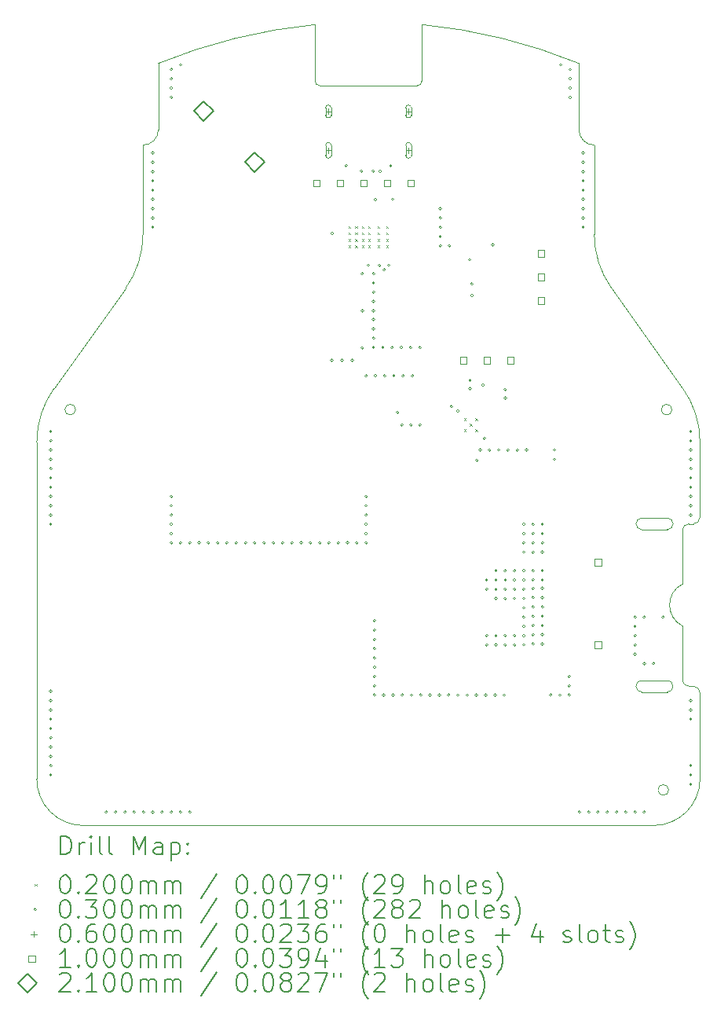
<source format=gbr>
%TF.GenerationSoftware,KiCad,Pcbnew,8.0.1*%
%TF.CreationDate,2024-05-25T23:28:14+08:00*%
%TF.ProjectId,BatteryPod,42617474-6572-4795-906f-642e6b696361,rev?*%
%TF.SameCoordinates,Original*%
%TF.FileFunction,Drillmap*%
%TF.FilePolarity,Positive*%
%FSLAX45Y45*%
G04 Gerber Fmt 4.5, Leading zero omitted, Abs format (unit mm)*
G04 Created by KiCad (PCBNEW 8.0.1) date 2024-05-25 23:28:14*
%MOMM*%
%LPD*%
G01*
G04 APERTURE LIST*
%ADD10C,0.050000*%
%ADD11C,0.200000*%
%ADD12C,0.100000*%
%ADD13C,0.210000*%
G04 APERTURE END LIST*
D10*
X10500000Y-7375000D02*
G75*
G02*
X10450000Y-7325000I0J50000D01*
G01*
X14414421Y-10634538D02*
G75*
G02*
X14599998Y-11214813I-814421J-580272D01*
G01*
X7950000Y-15345000D02*
G75*
G02*
X7450000Y-14845000I0J500000D01*
G01*
X13295000Y-7135001D02*
X13295000Y-7850000D01*
X14410000Y-13195000D02*
G75*
G02*
X14410000Y-12745000I115000J225000D01*
G01*
X14247500Y-12157500D02*
X13972500Y-12157500D01*
X14480000Y-12095000D02*
X14530000Y-12095000D01*
X13460000Y-8015000D02*
X13460000Y-8975187D01*
X8760000Y-7850000D02*
X8760000Y-7135000D01*
X14262600Y-14962400D02*
G75*
G02*
X14147400Y-14962400I-57600J0D01*
G01*
X14147400Y-14962400D02*
G75*
G02*
X14262600Y-14962400I57600J0D01*
G01*
X14410000Y-13195000D02*
X14410000Y-13775000D01*
X13972500Y-13907500D02*
G75*
G02*
X13910000Y-13845000I0J62500D01*
G01*
X13972500Y-12032500D02*
X14247500Y-12032500D01*
X14247500Y-13907500D02*
X13972500Y-13907500D01*
X14410000Y-12165000D02*
G75*
G02*
X14480000Y-12095000I70000J0D01*
G01*
X14530000Y-13845000D02*
G75*
G02*
X14600000Y-13915000I0J-70000D01*
G01*
X13972500Y-13782500D02*
X14247500Y-13782500D01*
X13910000Y-12095000D02*
G75*
G02*
X13972500Y-12032500I62500J0D01*
G01*
X8760000Y-7135000D02*
G75*
G02*
X10449906Y-6717025I2267510J-5542519D01*
G01*
X11600000Y-7325000D02*
X11600044Y-6716539D01*
X7450000Y-11215954D02*
G75*
G02*
X7636782Y-10633995I1000000J0D01*
G01*
X8760000Y-7850000D02*
G75*
G02*
X8595000Y-8015000I-165000J0D01*
G01*
X8595000Y-8974046D02*
G75*
G02*
X8408218Y-9556005I-1000000J0D01*
G01*
X14310000Y-12095000D02*
G75*
G02*
X14247500Y-12157500I-62500J0D01*
G01*
X7867600Y-10865000D02*
G75*
G02*
X7752400Y-10865000I-57600J0D01*
G01*
X7752400Y-10865000D02*
G75*
G02*
X7867600Y-10865000I57600J0D01*
G01*
X13460000Y-8015000D02*
G75*
G02*
X13295000Y-7850000I0J165000D01*
G01*
X11600044Y-6716539D02*
G75*
G02*
X13295000Y-7135000I-572534J-5960921D01*
G01*
X10500000Y-7375000D02*
X11550000Y-7375000D01*
X14530000Y-13845000D02*
X14480000Y-13845000D01*
X13910000Y-13845000D02*
G75*
G02*
X13972500Y-13782500I62500J0D01*
G01*
X14100000Y-15345000D02*
X7950000Y-15345000D01*
X7636782Y-10633995D02*
X8408209Y-9555999D01*
X14480000Y-13845000D02*
G75*
G02*
X14410000Y-13775000I0J70000D01*
G01*
X14600000Y-13915000D02*
X14600000Y-14845000D01*
X13972500Y-12157500D02*
G75*
G02*
X13910000Y-12095000I0J62500D01*
G01*
X14247500Y-13782500D02*
G75*
G02*
X14310000Y-13845000I0J-62500D01*
G01*
X14310000Y-13845000D02*
G75*
G02*
X14247500Y-13907500I-62500J0D01*
G01*
X14297600Y-10865000D02*
G75*
G02*
X14182400Y-10865000I-57600J0D01*
G01*
X14182400Y-10865000D02*
G75*
G02*
X14297600Y-10865000I57600J0D01*
G01*
X14600000Y-12025000D02*
G75*
G02*
X14530000Y-12095000I-70000J0D01*
G01*
X8595000Y-8974046D02*
X8595000Y-8015000D01*
X13645579Y-9555462D02*
X14414421Y-10634538D01*
X10449906Y-6717026D02*
X10450000Y-7325000D01*
X7450000Y-14845000D02*
X7450000Y-11215954D01*
X14600000Y-11214813D02*
X14600000Y-12025000D01*
X14410000Y-12165000D02*
X14410000Y-12745000D01*
X11600000Y-7325000D02*
G75*
G02*
X11550000Y-7375000I-50000J0D01*
G01*
X14600000Y-14845000D02*
G75*
G02*
X14100000Y-15345000I-500000J0D01*
G01*
X13645579Y-9555462D02*
G75*
G02*
X13460002Y-8975187I814421J580272D01*
G01*
X14247500Y-12032500D02*
G75*
G02*
X14310000Y-12095000I0J-62500D01*
G01*
D11*
D12*
X10812500Y-8887500D02*
X10832500Y-8907500D01*
X10832500Y-8887500D02*
X10812500Y-8907500D01*
X10812500Y-8957500D02*
X10832500Y-8977500D01*
X10832500Y-8957500D02*
X10812500Y-8977500D01*
X10812500Y-9027500D02*
X10832500Y-9047500D01*
X10832500Y-9027500D02*
X10812500Y-9047500D01*
X10812500Y-9097500D02*
X10832500Y-9117500D01*
X10832500Y-9097500D02*
X10812500Y-9117500D01*
X10882500Y-8887500D02*
X10902500Y-8907500D01*
X10902500Y-8887500D02*
X10882500Y-8907500D01*
X10882500Y-8957500D02*
X10902500Y-8977500D01*
X10902500Y-8957500D02*
X10882500Y-8977500D01*
X10882500Y-9027500D02*
X10902500Y-9047500D01*
X10902500Y-9027500D02*
X10882500Y-9047500D01*
X10882500Y-9097500D02*
X10902500Y-9117500D01*
X10902500Y-9097500D02*
X10882500Y-9117500D01*
X10952500Y-8887500D02*
X10972500Y-8907500D01*
X10972500Y-8887500D02*
X10952500Y-8907500D01*
X10952500Y-8957500D02*
X10972500Y-8977500D01*
X10972500Y-8957500D02*
X10952500Y-8977500D01*
X10952500Y-9027500D02*
X10972500Y-9047500D01*
X10972500Y-9027500D02*
X10952500Y-9047500D01*
X10952500Y-9097500D02*
X10972500Y-9117500D01*
X10972500Y-9097500D02*
X10952500Y-9117500D01*
X11022500Y-8887500D02*
X11042500Y-8907500D01*
X11042500Y-8887500D02*
X11022500Y-8907500D01*
X11022500Y-8957500D02*
X11042500Y-8977500D01*
X11042500Y-8957500D02*
X11022500Y-8977500D01*
X11022500Y-9027500D02*
X11042500Y-9047500D01*
X11042500Y-9027500D02*
X11022500Y-9047500D01*
X11022500Y-9097500D02*
X11042500Y-9117500D01*
X11042500Y-9097500D02*
X11022500Y-9117500D01*
X11125000Y-8887500D02*
X11145000Y-8907500D01*
X11145000Y-8887500D02*
X11125000Y-8907500D01*
X11125000Y-8957500D02*
X11145000Y-8977500D01*
X11145000Y-8957500D02*
X11125000Y-8977500D01*
X11125000Y-9027500D02*
X11145000Y-9047500D01*
X11145000Y-9027500D02*
X11125000Y-9047500D01*
X11125000Y-9097500D02*
X11145000Y-9117500D01*
X11145000Y-9097500D02*
X11125000Y-9117500D01*
X11215000Y-8887500D02*
X11235000Y-8907500D01*
X11235000Y-8887500D02*
X11215000Y-8907500D01*
X11215000Y-8957500D02*
X11235000Y-8977500D01*
X11235000Y-8957500D02*
X11215000Y-8977500D01*
X11215000Y-9027500D02*
X11235000Y-9047500D01*
X11235000Y-9027500D02*
X11215000Y-9047500D01*
X11215000Y-9097500D02*
X11235000Y-9117500D01*
X11235000Y-9097500D02*
X11215000Y-9117500D01*
X12057680Y-10957680D02*
X12077680Y-10977680D01*
X12077680Y-10957680D02*
X12057680Y-10977680D01*
X12057680Y-11077680D02*
X12077680Y-11097680D01*
X12077680Y-11077680D02*
X12057680Y-11097680D01*
X12117680Y-11017680D02*
X12137680Y-11037680D01*
X12137680Y-11017680D02*
X12117680Y-11037680D01*
X12177680Y-10957680D02*
X12197680Y-10977680D01*
X12197680Y-10957680D02*
X12177680Y-10977680D01*
X12177680Y-11077680D02*
X12197680Y-11097680D01*
X12197680Y-11077680D02*
X12177680Y-11097680D01*
X7615000Y-11100000D02*
G75*
G02*
X7585000Y-11100000I-15000J0D01*
G01*
X7585000Y-11100000D02*
G75*
G02*
X7615000Y-11100000I15000J0D01*
G01*
X7615000Y-11200000D02*
G75*
G02*
X7585000Y-11200000I-15000J0D01*
G01*
X7585000Y-11200000D02*
G75*
G02*
X7615000Y-11200000I15000J0D01*
G01*
X7615000Y-11300000D02*
G75*
G02*
X7585000Y-11300000I-15000J0D01*
G01*
X7585000Y-11300000D02*
G75*
G02*
X7615000Y-11300000I15000J0D01*
G01*
X7615000Y-11400000D02*
G75*
G02*
X7585000Y-11400000I-15000J0D01*
G01*
X7585000Y-11400000D02*
G75*
G02*
X7615000Y-11400000I15000J0D01*
G01*
X7615000Y-11500000D02*
G75*
G02*
X7585000Y-11500000I-15000J0D01*
G01*
X7585000Y-11500000D02*
G75*
G02*
X7615000Y-11500000I15000J0D01*
G01*
X7615000Y-11600000D02*
G75*
G02*
X7585000Y-11600000I-15000J0D01*
G01*
X7585000Y-11600000D02*
G75*
G02*
X7615000Y-11600000I15000J0D01*
G01*
X7615000Y-11700000D02*
G75*
G02*
X7585000Y-11700000I-15000J0D01*
G01*
X7585000Y-11700000D02*
G75*
G02*
X7615000Y-11700000I15000J0D01*
G01*
X7615000Y-11800000D02*
G75*
G02*
X7585000Y-11800000I-15000J0D01*
G01*
X7585000Y-11800000D02*
G75*
G02*
X7615000Y-11800000I15000J0D01*
G01*
X7615000Y-11900000D02*
G75*
G02*
X7585000Y-11900000I-15000J0D01*
G01*
X7585000Y-11900000D02*
G75*
G02*
X7615000Y-11900000I15000J0D01*
G01*
X7615000Y-12000000D02*
G75*
G02*
X7585000Y-12000000I-15000J0D01*
G01*
X7585000Y-12000000D02*
G75*
G02*
X7615000Y-12000000I15000J0D01*
G01*
X7615000Y-12100000D02*
G75*
G02*
X7585000Y-12100000I-15000J0D01*
G01*
X7585000Y-12100000D02*
G75*
G02*
X7615000Y-12100000I15000J0D01*
G01*
X7615000Y-13900000D02*
G75*
G02*
X7585000Y-13900000I-15000J0D01*
G01*
X7585000Y-13900000D02*
G75*
G02*
X7615000Y-13900000I15000J0D01*
G01*
X7615000Y-14000000D02*
G75*
G02*
X7585000Y-14000000I-15000J0D01*
G01*
X7585000Y-14000000D02*
G75*
G02*
X7615000Y-14000000I15000J0D01*
G01*
X7615000Y-14100000D02*
G75*
G02*
X7585000Y-14100000I-15000J0D01*
G01*
X7585000Y-14100000D02*
G75*
G02*
X7615000Y-14100000I15000J0D01*
G01*
X7615000Y-14200000D02*
G75*
G02*
X7585000Y-14200000I-15000J0D01*
G01*
X7585000Y-14200000D02*
G75*
G02*
X7615000Y-14200000I15000J0D01*
G01*
X7615000Y-14300000D02*
G75*
G02*
X7585000Y-14300000I-15000J0D01*
G01*
X7585000Y-14300000D02*
G75*
G02*
X7615000Y-14300000I15000J0D01*
G01*
X7615000Y-14400000D02*
G75*
G02*
X7585000Y-14400000I-15000J0D01*
G01*
X7585000Y-14400000D02*
G75*
G02*
X7615000Y-14400000I15000J0D01*
G01*
X7615000Y-14500000D02*
G75*
G02*
X7585000Y-14500000I-15000J0D01*
G01*
X7585000Y-14500000D02*
G75*
G02*
X7615000Y-14500000I15000J0D01*
G01*
X7615000Y-14600000D02*
G75*
G02*
X7585000Y-14600000I-15000J0D01*
G01*
X7585000Y-14600000D02*
G75*
G02*
X7615000Y-14600000I15000J0D01*
G01*
X7615000Y-14700000D02*
G75*
G02*
X7585000Y-14700000I-15000J0D01*
G01*
X7585000Y-14700000D02*
G75*
G02*
X7615000Y-14700000I15000J0D01*
G01*
X7615000Y-14800000D02*
G75*
G02*
X7585000Y-14800000I-15000J0D01*
G01*
X7585000Y-14800000D02*
G75*
G02*
X7615000Y-14800000I15000J0D01*
G01*
X8215000Y-15200000D02*
G75*
G02*
X8185000Y-15200000I-15000J0D01*
G01*
X8185000Y-15200000D02*
G75*
G02*
X8215000Y-15200000I15000J0D01*
G01*
X8315000Y-15200000D02*
G75*
G02*
X8285000Y-15200000I-15000J0D01*
G01*
X8285000Y-15200000D02*
G75*
G02*
X8315000Y-15200000I15000J0D01*
G01*
X8415000Y-15200000D02*
G75*
G02*
X8385000Y-15200000I-15000J0D01*
G01*
X8385000Y-15200000D02*
G75*
G02*
X8415000Y-15200000I15000J0D01*
G01*
X8515000Y-15200000D02*
G75*
G02*
X8485000Y-15200000I-15000J0D01*
G01*
X8485000Y-15200000D02*
G75*
G02*
X8515000Y-15200000I15000J0D01*
G01*
X8615000Y-15200000D02*
G75*
G02*
X8585000Y-15200000I-15000J0D01*
G01*
X8585000Y-15200000D02*
G75*
G02*
X8615000Y-15200000I15000J0D01*
G01*
X8715000Y-8100000D02*
G75*
G02*
X8685000Y-8100000I-15000J0D01*
G01*
X8685000Y-8100000D02*
G75*
G02*
X8715000Y-8100000I15000J0D01*
G01*
X8715000Y-8200000D02*
G75*
G02*
X8685000Y-8200000I-15000J0D01*
G01*
X8685000Y-8200000D02*
G75*
G02*
X8715000Y-8200000I15000J0D01*
G01*
X8715000Y-8300000D02*
G75*
G02*
X8685000Y-8300000I-15000J0D01*
G01*
X8685000Y-8300000D02*
G75*
G02*
X8715000Y-8300000I15000J0D01*
G01*
X8715000Y-8400000D02*
G75*
G02*
X8685000Y-8400000I-15000J0D01*
G01*
X8685000Y-8400000D02*
G75*
G02*
X8715000Y-8400000I15000J0D01*
G01*
X8715000Y-8500000D02*
G75*
G02*
X8685000Y-8500000I-15000J0D01*
G01*
X8685000Y-8500000D02*
G75*
G02*
X8715000Y-8500000I15000J0D01*
G01*
X8715000Y-8600000D02*
G75*
G02*
X8685000Y-8600000I-15000J0D01*
G01*
X8685000Y-8600000D02*
G75*
G02*
X8715000Y-8600000I15000J0D01*
G01*
X8715000Y-8700000D02*
G75*
G02*
X8685000Y-8700000I-15000J0D01*
G01*
X8685000Y-8700000D02*
G75*
G02*
X8715000Y-8700000I15000J0D01*
G01*
X8715000Y-8800000D02*
G75*
G02*
X8685000Y-8800000I-15000J0D01*
G01*
X8685000Y-8800000D02*
G75*
G02*
X8715000Y-8800000I15000J0D01*
G01*
X8715000Y-8900000D02*
G75*
G02*
X8685000Y-8900000I-15000J0D01*
G01*
X8685000Y-8900000D02*
G75*
G02*
X8715000Y-8900000I15000J0D01*
G01*
X8715000Y-15200000D02*
G75*
G02*
X8685000Y-15200000I-15000J0D01*
G01*
X8685000Y-15200000D02*
G75*
G02*
X8715000Y-15200000I15000J0D01*
G01*
X8815000Y-15200000D02*
G75*
G02*
X8785000Y-15200000I-15000J0D01*
G01*
X8785000Y-15200000D02*
G75*
G02*
X8815000Y-15200000I15000J0D01*
G01*
X8915000Y-7200000D02*
G75*
G02*
X8885000Y-7200000I-15000J0D01*
G01*
X8885000Y-7200000D02*
G75*
G02*
X8915000Y-7200000I15000J0D01*
G01*
X8915000Y-7300000D02*
G75*
G02*
X8885000Y-7300000I-15000J0D01*
G01*
X8885000Y-7300000D02*
G75*
G02*
X8915000Y-7300000I15000J0D01*
G01*
X8915000Y-7400000D02*
G75*
G02*
X8885000Y-7400000I-15000J0D01*
G01*
X8885000Y-7400000D02*
G75*
G02*
X8915000Y-7400000I15000J0D01*
G01*
X8915000Y-7500000D02*
G75*
G02*
X8885000Y-7500000I-15000J0D01*
G01*
X8885000Y-7500000D02*
G75*
G02*
X8915000Y-7500000I15000J0D01*
G01*
X8915000Y-11800000D02*
G75*
G02*
X8885000Y-11800000I-15000J0D01*
G01*
X8885000Y-11800000D02*
G75*
G02*
X8915000Y-11800000I15000J0D01*
G01*
X8915000Y-11900000D02*
G75*
G02*
X8885000Y-11900000I-15000J0D01*
G01*
X8885000Y-11900000D02*
G75*
G02*
X8915000Y-11900000I15000J0D01*
G01*
X8915000Y-12000000D02*
G75*
G02*
X8885000Y-12000000I-15000J0D01*
G01*
X8885000Y-12000000D02*
G75*
G02*
X8915000Y-12000000I15000J0D01*
G01*
X8915000Y-12100000D02*
G75*
G02*
X8885000Y-12100000I-15000J0D01*
G01*
X8885000Y-12100000D02*
G75*
G02*
X8915000Y-12100000I15000J0D01*
G01*
X8915000Y-12200000D02*
G75*
G02*
X8885000Y-12200000I-15000J0D01*
G01*
X8885000Y-12200000D02*
G75*
G02*
X8915000Y-12200000I15000J0D01*
G01*
X8915000Y-12300000D02*
G75*
G02*
X8885000Y-12300000I-15000J0D01*
G01*
X8885000Y-12300000D02*
G75*
G02*
X8915000Y-12300000I15000J0D01*
G01*
X8915000Y-15200000D02*
G75*
G02*
X8885000Y-15200000I-15000J0D01*
G01*
X8885000Y-15200000D02*
G75*
G02*
X8915000Y-15200000I15000J0D01*
G01*
X9015000Y-7150000D02*
G75*
G02*
X8985000Y-7150000I-15000J0D01*
G01*
X8985000Y-7150000D02*
G75*
G02*
X9015000Y-7150000I15000J0D01*
G01*
X9015000Y-12300000D02*
G75*
G02*
X8985000Y-12300000I-15000J0D01*
G01*
X8985000Y-12300000D02*
G75*
G02*
X9015000Y-12300000I15000J0D01*
G01*
X9015000Y-15200000D02*
G75*
G02*
X8985000Y-15200000I-15000J0D01*
G01*
X8985000Y-15200000D02*
G75*
G02*
X9015000Y-15200000I15000J0D01*
G01*
X9115000Y-12300000D02*
G75*
G02*
X9085000Y-12300000I-15000J0D01*
G01*
X9085000Y-12300000D02*
G75*
G02*
X9115000Y-12300000I15000J0D01*
G01*
X9115000Y-15200000D02*
G75*
G02*
X9085000Y-15200000I-15000J0D01*
G01*
X9085000Y-15200000D02*
G75*
G02*
X9115000Y-15200000I15000J0D01*
G01*
X9215000Y-12300000D02*
G75*
G02*
X9185000Y-12300000I-15000J0D01*
G01*
X9185000Y-12300000D02*
G75*
G02*
X9215000Y-12300000I15000J0D01*
G01*
X9315000Y-12300000D02*
G75*
G02*
X9285000Y-12300000I-15000J0D01*
G01*
X9285000Y-12300000D02*
G75*
G02*
X9315000Y-12300000I15000J0D01*
G01*
X9415000Y-12300000D02*
G75*
G02*
X9385000Y-12300000I-15000J0D01*
G01*
X9385000Y-12300000D02*
G75*
G02*
X9415000Y-12300000I15000J0D01*
G01*
X9515000Y-12300000D02*
G75*
G02*
X9485000Y-12300000I-15000J0D01*
G01*
X9485000Y-12300000D02*
G75*
G02*
X9515000Y-12300000I15000J0D01*
G01*
X9615000Y-12300000D02*
G75*
G02*
X9585000Y-12300000I-15000J0D01*
G01*
X9585000Y-12300000D02*
G75*
G02*
X9615000Y-12300000I15000J0D01*
G01*
X9715000Y-12300000D02*
G75*
G02*
X9685000Y-12300000I-15000J0D01*
G01*
X9685000Y-12300000D02*
G75*
G02*
X9715000Y-12300000I15000J0D01*
G01*
X9815000Y-12300000D02*
G75*
G02*
X9785000Y-12300000I-15000J0D01*
G01*
X9785000Y-12300000D02*
G75*
G02*
X9815000Y-12300000I15000J0D01*
G01*
X9915000Y-12300000D02*
G75*
G02*
X9885000Y-12300000I-15000J0D01*
G01*
X9885000Y-12300000D02*
G75*
G02*
X9915000Y-12300000I15000J0D01*
G01*
X10015000Y-12300000D02*
G75*
G02*
X9985000Y-12300000I-15000J0D01*
G01*
X9985000Y-12300000D02*
G75*
G02*
X10015000Y-12300000I15000J0D01*
G01*
X10115000Y-12300000D02*
G75*
G02*
X10085000Y-12300000I-15000J0D01*
G01*
X10085000Y-12300000D02*
G75*
G02*
X10115000Y-12300000I15000J0D01*
G01*
X10215000Y-12300000D02*
G75*
G02*
X10185000Y-12300000I-15000J0D01*
G01*
X10185000Y-12300000D02*
G75*
G02*
X10215000Y-12300000I15000J0D01*
G01*
X10315000Y-12300000D02*
G75*
G02*
X10285000Y-12300000I-15000J0D01*
G01*
X10285000Y-12300000D02*
G75*
G02*
X10315000Y-12300000I15000J0D01*
G01*
X10415000Y-12300000D02*
G75*
G02*
X10385000Y-12300000I-15000J0D01*
G01*
X10385000Y-12300000D02*
G75*
G02*
X10415000Y-12300000I15000J0D01*
G01*
X10515000Y-12300000D02*
G75*
G02*
X10485000Y-12300000I-15000J0D01*
G01*
X10485000Y-12300000D02*
G75*
G02*
X10515000Y-12300000I15000J0D01*
G01*
X10615000Y-12300000D02*
G75*
G02*
X10585000Y-12300000I-15000J0D01*
G01*
X10585000Y-12300000D02*
G75*
G02*
X10615000Y-12300000I15000J0D01*
G01*
X10645000Y-10335000D02*
G75*
G02*
X10615000Y-10335000I-15000J0D01*
G01*
X10615000Y-10335000D02*
G75*
G02*
X10645000Y-10335000I15000J0D01*
G01*
X10650000Y-8965000D02*
G75*
G02*
X10620000Y-8965000I-15000J0D01*
G01*
X10620000Y-8965000D02*
G75*
G02*
X10650000Y-8965000I15000J0D01*
G01*
X10715000Y-12300000D02*
G75*
G02*
X10685000Y-12300000I-15000J0D01*
G01*
X10685000Y-12300000D02*
G75*
G02*
X10715000Y-12300000I15000J0D01*
G01*
X10755000Y-10335000D02*
G75*
G02*
X10725000Y-10335000I-15000J0D01*
G01*
X10725000Y-10335000D02*
G75*
G02*
X10755000Y-10335000I15000J0D01*
G01*
X10800000Y-8236000D02*
G75*
G02*
X10770000Y-8236000I-15000J0D01*
G01*
X10770000Y-8236000D02*
G75*
G02*
X10800000Y-8236000I15000J0D01*
G01*
X10815000Y-12300000D02*
G75*
G02*
X10785000Y-12300000I-15000J0D01*
G01*
X10785000Y-12300000D02*
G75*
G02*
X10815000Y-12300000I15000J0D01*
G01*
X10865000Y-10335000D02*
G75*
G02*
X10835000Y-10335000I-15000J0D01*
G01*
X10835000Y-10335000D02*
G75*
G02*
X10865000Y-10335000I15000J0D01*
G01*
X10915000Y-12300000D02*
G75*
G02*
X10885000Y-12300000I-15000J0D01*
G01*
X10885000Y-12300000D02*
G75*
G02*
X10915000Y-12300000I15000J0D01*
G01*
X10964800Y-8295200D02*
G75*
G02*
X10934800Y-8295200I-15000J0D01*
G01*
X10934800Y-8295200D02*
G75*
G02*
X10964800Y-8295200I15000J0D01*
G01*
X10975000Y-9400000D02*
G75*
G02*
X10945000Y-9400000I-15000J0D01*
G01*
X10945000Y-9400000D02*
G75*
G02*
X10975000Y-9400000I15000J0D01*
G01*
X10975000Y-9800000D02*
G75*
G02*
X10945000Y-9800000I-15000J0D01*
G01*
X10945000Y-9800000D02*
G75*
G02*
X10975000Y-9800000I15000J0D01*
G01*
X10975000Y-10200000D02*
G75*
G02*
X10945000Y-10200000I-15000J0D01*
G01*
X10945000Y-10200000D02*
G75*
G02*
X10975000Y-10200000I15000J0D01*
G01*
X11015000Y-10500000D02*
G75*
G02*
X10985000Y-10500000I-15000J0D01*
G01*
X10985000Y-10500000D02*
G75*
G02*
X11015000Y-10500000I15000J0D01*
G01*
X11015000Y-11800000D02*
G75*
G02*
X10985000Y-11800000I-15000J0D01*
G01*
X10985000Y-11800000D02*
G75*
G02*
X11015000Y-11800000I15000J0D01*
G01*
X11015000Y-11900000D02*
G75*
G02*
X10985000Y-11900000I-15000J0D01*
G01*
X10985000Y-11900000D02*
G75*
G02*
X11015000Y-11900000I15000J0D01*
G01*
X11015000Y-12000000D02*
G75*
G02*
X10985000Y-12000000I-15000J0D01*
G01*
X10985000Y-12000000D02*
G75*
G02*
X11015000Y-12000000I15000J0D01*
G01*
X11015000Y-12100000D02*
G75*
G02*
X10985000Y-12100000I-15000J0D01*
G01*
X10985000Y-12100000D02*
G75*
G02*
X11015000Y-12100000I15000J0D01*
G01*
X11015000Y-12200000D02*
G75*
G02*
X10985000Y-12200000I-15000J0D01*
G01*
X10985000Y-12200000D02*
G75*
G02*
X11015000Y-12200000I15000J0D01*
G01*
X11015000Y-12300000D02*
G75*
G02*
X10985000Y-12300000I-15000J0D01*
G01*
X10985000Y-12300000D02*
G75*
G02*
X11015000Y-12300000I15000J0D01*
G01*
X11040000Y-9310200D02*
G75*
G02*
X11010000Y-9310200I-15000J0D01*
G01*
X11010000Y-9310200D02*
G75*
G02*
X11040000Y-9310200I15000J0D01*
G01*
X11092485Y-8295485D02*
G75*
G02*
X11062485Y-8295485I-15000J0D01*
G01*
X11062485Y-8295485D02*
G75*
G02*
X11092485Y-8295485I15000J0D01*
G01*
X11095000Y-9400000D02*
G75*
G02*
X11065000Y-9400000I-15000J0D01*
G01*
X11065000Y-9400000D02*
G75*
G02*
X11095000Y-9400000I15000J0D01*
G01*
X11095000Y-9500000D02*
G75*
G02*
X11065000Y-9500000I-15000J0D01*
G01*
X11065000Y-9500000D02*
G75*
G02*
X11095000Y-9500000I15000J0D01*
G01*
X11095000Y-9600000D02*
G75*
G02*
X11065000Y-9600000I-15000J0D01*
G01*
X11065000Y-9600000D02*
G75*
G02*
X11095000Y-9600000I15000J0D01*
G01*
X11095000Y-9700000D02*
G75*
G02*
X11065000Y-9700000I-15000J0D01*
G01*
X11065000Y-9700000D02*
G75*
G02*
X11095000Y-9700000I15000J0D01*
G01*
X11095000Y-9800000D02*
G75*
G02*
X11065000Y-9800000I-15000J0D01*
G01*
X11065000Y-9800000D02*
G75*
G02*
X11095000Y-9800000I15000J0D01*
G01*
X11095000Y-9895000D02*
G75*
G02*
X11065000Y-9895000I-15000J0D01*
G01*
X11065000Y-9895000D02*
G75*
G02*
X11095000Y-9895000I15000J0D01*
G01*
X11095000Y-9995000D02*
G75*
G02*
X11065000Y-9995000I-15000J0D01*
G01*
X11065000Y-9995000D02*
G75*
G02*
X11095000Y-9995000I15000J0D01*
G01*
X11095000Y-10095000D02*
G75*
G02*
X11065000Y-10095000I-15000J0D01*
G01*
X11065000Y-10095000D02*
G75*
G02*
X11095000Y-10095000I15000J0D01*
G01*
X11095000Y-10195000D02*
G75*
G02*
X11065000Y-10195000I-15000J0D01*
G01*
X11065000Y-10195000D02*
G75*
G02*
X11095000Y-10195000I15000J0D01*
G01*
X11105000Y-13140000D02*
G75*
G02*
X11075000Y-13140000I-15000J0D01*
G01*
X11075000Y-13140000D02*
G75*
G02*
X11105000Y-13140000I15000J0D01*
G01*
X11105000Y-13240000D02*
G75*
G02*
X11075000Y-13240000I-15000J0D01*
G01*
X11075000Y-13240000D02*
G75*
G02*
X11105000Y-13240000I15000J0D01*
G01*
X11105000Y-13340000D02*
G75*
G02*
X11075000Y-13340000I-15000J0D01*
G01*
X11075000Y-13340000D02*
G75*
G02*
X11105000Y-13340000I15000J0D01*
G01*
X11105000Y-13440000D02*
G75*
G02*
X11075000Y-13440000I-15000J0D01*
G01*
X11075000Y-13440000D02*
G75*
G02*
X11105000Y-13440000I15000J0D01*
G01*
X11105000Y-13540000D02*
G75*
G02*
X11075000Y-13540000I-15000J0D01*
G01*
X11075000Y-13540000D02*
G75*
G02*
X11105000Y-13540000I15000J0D01*
G01*
X11105000Y-13640000D02*
G75*
G02*
X11075000Y-13640000I-15000J0D01*
G01*
X11075000Y-13640000D02*
G75*
G02*
X11105000Y-13640000I15000J0D01*
G01*
X11105000Y-13740000D02*
G75*
G02*
X11075000Y-13740000I-15000J0D01*
G01*
X11075000Y-13740000D02*
G75*
G02*
X11105000Y-13740000I15000J0D01*
G01*
X11105000Y-13840000D02*
G75*
G02*
X11075000Y-13840000I-15000J0D01*
G01*
X11075000Y-13840000D02*
G75*
G02*
X11105000Y-13840000I15000J0D01*
G01*
X11105000Y-13940000D02*
G75*
G02*
X11075000Y-13940000I-15000J0D01*
G01*
X11075000Y-13940000D02*
G75*
G02*
X11105000Y-13940000I15000J0D01*
G01*
X11115000Y-10500000D02*
G75*
G02*
X11085000Y-10500000I-15000J0D01*
G01*
X11085000Y-10500000D02*
G75*
G02*
X11115000Y-10500000I15000J0D01*
G01*
X11115500Y-8602000D02*
G75*
G02*
X11085500Y-8602000I-15000J0D01*
G01*
X11085500Y-8602000D02*
G75*
G02*
X11115500Y-8602000I15000J0D01*
G01*
X11160000Y-9310200D02*
G75*
G02*
X11130000Y-9310200I-15000J0D01*
G01*
X11130000Y-9310200D02*
G75*
G02*
X11160000Y-9310200I15000J0D01*
G01*
X11165247Y-8297253D02*
G75*
G02*
X11135247Y-8297253I-15000J0D01*
G01*
X11135247Y-8297253D02*
G75*
G02*
X11165247Y-8297253I15000J0D01*
G01*
X11195000Y-10195000D02*
G75*
G02*
X11165000Y-10195000I-15000J0D01*
G01*
X11165000Y-10195000D02*
G75*
G02*
X11195000Y-10195000I15000J0D01*
G01*
X11205000Y-13940000D02*
G75*
G02*
X11175000Y-13940000I-15000J0D01*
G01*
X11175000Y-13940000D02*
G75*
G02*
X11205000Y-13940000I15000J0D01*
G01*
X11210200Y-9359800D02*
G75*
G02*
X11180200Y-9359800I-15000J0D01*
G01*
X11180200Y-9359800D02*
G75*
G02*
X11210200Y-9359800I15000J0D01*
G01*
X11215000Y-10500000D02*
G75*
G02*
X11185000Y-10500000I-15000J0D01*
G01*
X11185000Y-10500000D02*
G75*
G02*
X11215000Y-10500000I15000J0D01*
G01*
X11260400Y-9310200D02*
G75*
G02*
X11230400Y-9310200I-15000J0D01*
G01*
X11230400Y-9310200D02*
G75*
G02*
X11260400Y-9310200I15000J0D01*
G01*
X11280000Y-8238500D02*
G75*
G02*
X11250000Y-8238500I-15000J0D01*
G01*
X11250000Y-8238500D02*
G75*
G02*
X11280000Y-8238500I15000J0D01*
G01*
X11295000Y-10195000D02*
G75*
G02*
X11265000Y-10195000I-15000J0D01*
G01*
X11265000Y-10195000D02*
G75*
G02*
X11295000Y-10195000I15000J0D01*
G01*
X11301680Y-8598180D02*
G75*
G02*
X11271680Y-8598180I-15000J0D01*
G01*
X11271680Y-8598180D02*
G75*
G02*
X11301680Y-8598180I15000J0D01*
G01*
X11305000Y-13940000D02*
G75*
G02*
X11275000Y-13940000I-15000J0D01*
G01*
X11275000Y-13940000D02*
G75*
G02*
X11305000Y-13940000I15000J0D01*
G01*
X11315000Y-10500000D02*
G75*
G02*
X11285000Y-10500000I-15000J0D01*
G01*
X11285000Y-10500000D02*
G75*
G02*
X11315000Y-10500000I15000J0D01*
G01*
X11355000Y-10895000D02*
G75*
G02*
X11325000Y-10895000I-15000J0D01*
G01*
X11325000Y-10895000D02*
G75*
G02*
X11355000Y-10895000I15000J0D01*
G01*
X11395000Y-10195000D02*
G75*
G02*
X11365000Y-10195000I-15000J0D01*
G01*
X11365000Y-10195000D02*
G75*
G02*
X11395000Y-10195000I15000J0D01*
G01*
X11400000Y-11030000D02*
G75*
G02*
X11370000Y-11030000I-15000J0D01*
G01*
X11370000Y-11030000D02*
G75*
G02*
X11400000Y-11030000I15000J0D01*
G01*
X11405000Y-13940000D02*
G75*
G02*
X11375000Y-13940000I-15000J0D01*
G01*
X11375000Y-13940000D02*
G75*
G02*
X11405000Y-13940000I15000J0D01*
G01*
X11415000Y-10500000D02*
G75*
G02*
X11385000Y-10500000I-15000J0D01*
G01*
X11385000Y-10500000D02*
G75*
G02*
X11415000Y-10500000I15000J0D01*
G01*
X11495000Y-10195000D02*
G75*
G02*
X11465000Y-10195000I-15000J0D01*
G01*
X11465000Y-10195000D02*
G75*
G02*
X11495000Y-10195000I15000J0D01*
G01*
X11499774Y-11030000D02*
G75*
G02*
X11469774Y-11030000I-15000J0D01*
G01*
X11469774Y-11030000D02*
G75*
G02*
X11499774Y-11030000I15000J0D01*
G01*
X11505000Y-13940000D02*
G75*
G02*
X11475000Y-13940000I-15000J0D01*
G01*
X11475000Y-13940000D02*
G75*
G02*
X11505000Y-13940000I15000J0D01*
G01*
X11515000Y-10500000D02*
G75*
G02*
X11485000Y-10500000I-15000J0D01*
G01*
X11485000Y-10500000D02*
G75*
G02*
X11515000Y-10500000I15000J0D01*
G01*
X11595000Y-10195000D02*
G75*
G02*
X11565000Y-10195000I-15000J0D01*
G01*
X11565000Y-10195000D02*
G75*
G02*
X11595000Y-10195000I15000J0D01*
G01*
X11595000Y-11030000D02*
G75*
G02*
X11565000Y-11030000I-15000J0D01*
G01*
X11565000Y-11030000D02*
G75*
G02*
X11595000Y-11030000I15000J0D01*
G01*
X11605000Y-13940000D02*
G75*
G02*
X11575000Y-13940000I-15000J0D01*
G01*
X11575000Y-13940000D02*
G75*
G02*
X11605000Y-13940000I15000J0D01*
G01*
X11705000Y-13940000D02*
G75*
G02*
X11675000Y-13940000I-15000J0D01*
G01*
X11675000Y-13940000D02*
G75*
G02*
X11705000Y-13940000I15000J0D01*
G01*
X11805000Y-13940000D02*
G75*
G02*
X11775000Y-13940000I-15000J0D01*
G01*
X11775000Y-13940000D02*
G75*
G02*
X11805000Y-13940000I15000J0D01*
G01*
X11815000Y-8700000D02*
G75*
G02*
X11785000Y-8700000I-15000J0D01*
G01*
X11785000Y-8700000D02*
G75*
G02*
X11815000Y-8700000I15000J0D01*
G01*
X11815000Y-8800000D02*
G75*
G02*
X11785000Y-8800000I-15000J0D01*
G01*
X11785000Y-8800000D02*
G75*
G02*
X11815000Y-8800000I15000J0D01*
G01*
X11815000Y-8900000D02*
G75*
G02*
X11785000Y-8900000I-15000J0D01*
G01*
X11785000Y-8900000D02*
G75*
G02*
X11815000Y-8900000I15000J0D01*
G01*
X11815000Y-9000000D02*
G75*
G02*
X11785000Y-9000000I-15000J0D01*
G01*
X11785000Y-9000000D02*
G75*
G02*
X11815000Y-9000000I15000J0D01*
G01*
X11815000Y-9100000D02*
G75*
G02*
X11785000Y-9100000I-15000J0D01*
G01*
X11785000Y-9100000D02*
G75*
G02*
X11815000Y-9100000I15000J0D01*
G01*
X11905000Y-13940000D02*
G75*
G02*
X11875000Y-13940000I-15000J0D01*
G01*
X11875000Y-13940000D02*
G75*
G02*
X11905000Y-13940000I15000J0D01*
G01*
X11915000Y-9100000D02*
G75*
G02*
X11885000Y-9100000I-15000J0D01*
G01*
X11885000Y-9100000D02*
G75*
G02*
X11915000Y-9100000I15000J0D01*
G01*
X11935000Y-10830000D02*
G75*
G02*
X11905000Y-10830000I-15000J0D01*
G01*
X11905000Y-10830000D02*
G75*
G02*
X11935000Y-10830000I15000J0D01*
G01*
X12005000Y-10880000D02*
G75*
G02*
X11975000Y-10880000I-15000J0D01*
G01*
X11975000Y-10880000D02*
G75*
G02*
X12005000Y-10880000I15000J0D01*
G01*
X12005000Y-13940000D02*
G75*
G02*
X11975000Y-13940000I-15000J0D01*
G01*
X11975000Y-13940000D02*
G75*
G02*
X12005000Y-13940000I15000J0D01*
G01*
X12105000Y-13940000D02*
G75*
G02*
X12075000Y-13940000I-15000J0D01*
G01*
X12075000Y-13940000D02*
G75*
G02*
X12105000Y-13940000I15000J0D01*
G01*
X12130000Y-9250000D02*
G75*
G02*
X12100000Y-9250000I-15000J0D01*
G01*
X12100000Y-9250000D02*
G75*
G02*
X12130000Y-9250000I15000J0D01*
G01*
X12135000Y-10550000D02*
G75*
G02*
X12105000Y-10550000I-15000J0D01*
G01*
X12105000Y-10550000D02*
G75*
G02*
X12135000Y-10550000I15000J0D01*
G01*
X12135000Y-10640000D02*
G75*
G02*
X12105000Y-10640000I-15000J0D01*
G01*
X12105000Y-10640000D02*
G75*
G02*
X12135000Y-10640000I15000J0D01*
G01*
X12155000Y-9510000D02*
G75*
G02*
X12125000Y-9510000I-15000J0D01*
G01*
X12125000Y-9510000D02*
G75*
G02*
X12155000Y-9510000I15000J0D01*
G01*
X12155000Y-9635000D02*
G75*
G02*
X12125000Y-9635000I-15000J0D01*
G01*
X12125000Y-9635000D02*
G75*
G02*
X12155000Y-9635000I15000J0D01*
G01*
X12205000Y-13940000D02*
G75*
G02*
X12175000Y-13940000I-15000J0D01*
G01*
X12175000Y-13940000D02*
G75*
G02*
X12205000Y-13940000I15000J0D01*
G01*
X12210000Y-11410000D02*
G75*
G02*
X12180000Y-11410000I-15000J0D01*
G01*
X12180000Y-11410000D02*
G75*
G02*
X12210000Y-11410000I15000J0D01*
G01*
X12245000Y-11300000D02*
G75*
G02*
X12215000Y-11300000I-15000J0D01*
G01*
X12215000Y-11300000D02*
G75*
G02*
X12245000Y-11300000I15000J0D01*
G01*
X12275000Y-10600000D02*
G75*
G02*
X12245000Y-10600000I-15000J0D01*
G01*
X12245000Y-10600000D02*
G75*
G02*
X12275000Y-10600000I15000J0D01*
G01*
X12290000Y-11175000D02*
G75*
G02*
X12260000Y-11175000I-15000J0D01*
G01*
X12260000Y-11175000D02*
G75*
G02*
X12290000Y-11175000I15000J0D01*
G01*
X12305000Y-13940000D02*
G75*
G02*
X12275000Y-13940000I-15000J0D01*
G01*
X12275000Y-13940000D02*
G75*
G02*
X12305000Y-13940000I15000J0D01*
G01*
X12315000Y-12700000D02*
G75*
G02*
X12285000Y-12700000I-15000J0D01*
G01*
X12285000Y-12700000D02*
G75*
G02*
X12315000Y-12700000I15000J0D01*
G01*
X12315000Y-12800000D02*
G75*
G02*
X12285000Y-12800000I-15000J0D01*
G01*
X12285000Y-12800000D02*
G75*
G02*
X12315000Y-12800000I15000J0D01*
G01*
X12315000Y-13300000D02*
G75*
G02*
X12285000Y-13300000I-15000J0D01*
G01*
X12285000Y-13300000D02*
G75*
G02*
X12315000Y-13300000I15000J0D01*
G01*
X12315000Y-13400000D02*
G75*
G02*
X12285000Y-13400000I-15000J0D01*
G01*
X12285000Y-13400000D02*
G75*
G02*
X12315000Y-13400000I15000J0D01*
G01*
X12345000Y-11300000D02*
G75*
G02*
X12315000Y-11300000I-15000J0D01*
G01*
X12315000Y-11300000D02*
G75*
G02*
X12345000Y-11300000I15000J0D01*
G01*
X12380000Y-9090000D02*
G75*
G02*
X12350000Y-9090000I-15000J0D01*
G01*
X12350000Y-9090000D02*
G75*
G02*
X12380000Y-9090000I15000J0D01*
G01*
X12405000Y-13940000D02*
G75*
G02*
X12375000Y-13940000I-15000J0D01*
G01*
X12375000Y-13940000D02*
G75*
G02*
X12405000Y-13940000I15000J0D01*
G01*
X12415000Y-12600000D02*
G75*
G02*
X12385000Y-12600000I-15000J0D01*
G01*
X12385000Y-12600000D02*
G75*
G02*
X12415000Y-12600000I15000J0D01*
G01*
X12415000Y-12700000D02*
G75*
G02*
X12385000Y-12700000I-15000J0D01*
G01*
X12385000Y-12700000D02*
G75*
G02*
X12415000Y-12700000I15000J0D01*
G01*
X12415000Y-12800000D02*
G75*
G02*
X12385000Y-12800000I-15000J0D01*
G01*
X12385000Y-12800000D02*
G75*
G02*
X12415000Y-12800000I15000J0D01*
G01*
X12415000Y-12900000D02*
G75*
G02*
X12385000Y-12900000I-15000J0D01*
G01*
X12385000Y-12900000D02*
G75*
G02*
X12415000Y-12900000I15000J0D01*
G01*
X12415000Y-13300000D02*
G75*
G02*
X12385000Y-13300000I-15000J0D01*
G01*
X12385000Y-13300000D02*
G75*
G02*
X12415000Y-13300000I15000J0D01*
G01*
X12415000Y-13400000D02*
G75*
G02*
X12385000Y-13400000I-15000J0D01*
G01*
X12385000Y-13400000D02*
G75*
G02*
X12415000Y-13400000I15000J0D01*
G01*
X12445000Y-11300000D02*
G75*
G02*
X12415000Y-11300000I-15000J0D01*
G01*
X12415000Y-11300000D02*
G75*
G02*
X12445000Y-11300000I15000J0D01*
G01*
X12505000Y-13940000D02*
G75*
G02*
X12475000Y-13940000I-15000J0D01*
G01*
X12475000Y-13940000D02*
G75*
G02*
X12505000Y-13940000I15000J0D01*
G01*
X12515000Y-10650000D02*
G75*
G02*
X12485000Y-10650000I-15000J0D01*
G01*
X12485000Y-10650000D02*
G75*
G02*
X12515000Y-10650000I15000J0D01*
G01*
X12515000Y-10740000D02*
G75*
G02*
X12485000Y-10740000I-15000J0D01*
G01*
X12485000Y-10740000D02*
G75*
G02*
X12515000Y-10740000I15000J0D01*
G01*
X12515000Y-12600000D02*
G75*
G02*
X12485000Y-12600000I-15000J0D01*
G01*
X12485000Y-12600000D02*
G75*
G02*
X12515000Y-12600000I15000J0D01*
G01*
X12515000Y-12700000D02*
G75*
G02*
X12485000Y-12700000I-15000J0D01*
G01*
X12485000Y-12700000D02*
G75*
G02*
X12515000Y-12700000I15000J0D01*
G01*
X12515000Y-12800000D02*
G75*
G02*
X12485000Y-12800000I-15000J0D01*
G01*
X12485000Y-12800000D02*
G75*
G02*
X12515000Y-12800000I15000J0D01*
G01*
X12515000Y-12900000D02*
G75*
G02*
X12485000Y-12900000I-15000J0D01*
G01*
X12485000Y-12900000D02*
G75*
G02*
X12515000Y-12900000I15000J0D01*
G01*
X12515000Y-13300000D02*
G75*
G02*
X12485000Y-13300000I-15000J0D01*
G01*
X12485000Y-13300000D02*
G75*
G02*
X12515000Y-13300000I15000J0D01*
G01*
X12515000Y-13400000D02*
G75*
G02*
X12485000Y-13400000I-15000J0D01*
G01*
X12485000Y-13400000D02*
G75*
G02*
X12515000Y-13400000I15000J0D01*
G01*
X12545000Y-11300000D02*
G75*
G02*
X12515000Y-11300000I-15000J0D01*
G01*
X12515000Y-11300000D02*
G75*
G02*
X12545000Y-11300000I15000J0D01*
G01*
X12615000Y-12600000D02*
G75*
G02*
X12585000Y-12600000I-15000J0D01*
G01*
X12585000Y-12600000D02*
G75*
G02*
X12615000Y-12600000I15000J0D01*
G01*
X12615000Y-12700000D02*
G75*
G02*
X12585000Y-12700000I-15000J0D01*
G01*
X12585000Y-12700000D02*
G75*
G02*
X12615000Y-12700000I15000J0D01*
G01*
X12615000Y-12800000D02*
G75*
G02*
X12585000Y-12800000I-15000J0D01*
G01*
X12585000Y-12800000D02*
G75*
G02*
X12615000Y-12800000I15000J0D01*
G01*
X12615000Y-12900000D02*
G75*
G02*
X12585000Y-12900000I-15000J0D01*
G01*
X12585000Y-12900000D02*
G75*
G02*
X12615000Y-12900000I15000J0D01*
G01*
X12615000Y-13300000D02*
G75*
G02*
X12585000Y-13300000I-15000J0D01*
G01*
X12585000Y-13300000D02*
G75*
G02*
X12615000Y-13300000I15000J0D01*
G01*
X12615000Y-13400000D02*
G75*
G02*
X12585000Y-13400000I-15000J0D01*
G01*
X12585000Y-13400000D02*
G75*
G02*
X12615000Y-13400000I15000J0D01*
G01*
X12645000Y-11300000D02*
G75*
G02*
X12615000Y-11300000I-15000J0D01*
G01*
X12615000Y-11300000D02*
G75*
G02*
X12645000Y-11300000I15000J0D01*
G01*
X12715000Y-12100000D02*
G75*
G02*
X12685000Y-12100000I-15000J0D01*
G01*
X12685000Y-12100000D02*
G75*
G02*
X12715000Y-12100000I15000J0D01*
G01*
X12715000Y-12200000D02*
G75*
G02*
X12685000Y-12200000I-15000J0D01*
G01*
X12685000Y-12200000D02*
G75*
G02*
X12715000Y-12200000I15000J0D01*
G01*
X12715000Y-12300000D02*
G75*
G02*
X12685000Y-12300000I-15000J0D01*
G01*
X12685000Y-12300000D02*
G75*
G02*
X12715000Y-12300000I15000J0D01*
G01*
X12715000Y-12400000D02*
G75*
G02*
X12685000Y-12400000I-15000J0D01*
G01*
X12685000Y-12400000D02*
G75*
G02*
X12715000Y-12400000I15000J0D01*
G01*
X12715000Y-12600000D02*
G75*
G02*
X12685000Y-12600000I-15000J0D01*
G01*
X12685000Y-12600000D02*
G75*
G02*
X12715000Y-12600000I15000J0D01*
G01*
X12715000Y-12700000D02*
G75*
G02*
X12685000Y-12700000I-15000J0D01*
G01*
X12685000Y-12700000D02*
G75*
G02*
X12715000Y-12700000I15000J0D01*
G01*
X12715000Y-12800000D02*
G75*
G02*
X12685000Y-12800000I-15000J0D01*
G01*
X12685000Y-12800000D02*
G75*
G02*
X12715000Y-12800000I15000J0D01*
G01*
X12715000Y-12900000D02*
G75*
G02*
X12685000Y-12900000I-15000J0D01*
G01*
X12685000Y-12900000D02*
G75*
G02*
X12715000Y-12900000I15000J0D01*
G01*
X12715000Y-13000000D02*
G75*
G02*
X12685000Y-13000000I-15000J0D01*
G01*
X12685000Y-13000000D02*
G75*
G02*
X12715000Y-13000000I15000J0D01*
G01*
X12715000Y-13100000D02*
G75*
G02*
X12685000Y-13100000I-15000J0D01*
G01*
X12685000Y-13100000D02*
G75*
G02*
X12715000Y-13100000I15000J0D01*
G01*
X12715000Y-13200000D02*
G75*
G02*
X12685000Y-13200000I-15000J0D01*
G01*
X12685000Y-13200000D02*
G75*
G02*
X12715000Y-13200000I15000J0D01*
G01*
X12715000Y-13300000D02*
G75*
G02*
X12685000Y-13300000I-15000J0D01*
G01*
X12685000Y-13300000D02*
G75*
G02*
X12715000Y-13300000I15000J0D01*
G01*
X12715000Y-13400000D02*
G75*
G02*
X12685000Y-13400000I-15000J0D01*
G01*
X12685000Y-13400000D02*
G75*
G02*
X12715000Y-13400000I15000J0D01*
G01*
X12745000Y-11300000D02*
G75*
G02*
X12715000Y-11300000I-15000J0D01*
G01*
X12715000Y-11300000D02*
G75*
G02*
X12745000Y-11300000I15000J0D01*
G01*
X12815000Y-12100000D02*
G75*
G02*
X12785000Y-12100000I-15000J0D01*
G01*
X12785000Y-12100000D02*
G75*
G02*
X12815000Y-12100000I15000J0D01*
G01*
X12815000Y-12200000D02*
G75*
G02*
X12785000Y-12200000I-15000J0D01*
G01*
X12785000Y-12200000D02*
G75*
G02*
X12815000Y-12200000I15000J0D01*
G01*
X12815000Y-12300000D02*
G75*
G02*
X12785000Y-12300000I-15000J0D01*
G01*
X12785000Y-12300000D02*
G75*
G02*
X12815000Y-12300000I15000J0D01*
G01*
X12815000Y-12400000D02*
G75*
G02*
X12785000Y-12400000I-15000J0D01*
G01*
X12785000Y-12400000D02*
G75*
G02*
X12815000Y-12400000I15000J0D01*
G01*
X12815000Y-12600000D02*
G75*
G02*
X12785000Y-12600000I-15000J0D01*
G01*
X12785000Y-12600000D02*
G75*
G02*
X12815000Y-12600000I15000J0D01*
G01*
X12815000Y-12700000D02*
G75*
G02*
X12785000Y-12700000I-15000J0D01*
G01*
X12785000Y-12700000D02*
G75*
G02*
X12815000Y-12700000I15000J0D01*
G01*
X12815000Y-12790000D02*
G75*
G02*
X12785000Y-12790000I-15000J0D01*
G01*
X12785000Y-12790000D02*
G75*
G02*
X12815000Y-12790000I15000J0D01*
G01*
X12815000Y-12890000D02*
G75*
G02*
X12785000Y-12890000I-15000J0D01*
G01*
X12785000Y-12890000D02*
G75*
G02*
X12815000Y-12890000I15000J0D01*
G01*
X12815000Y-12990000D02*
G75*
G02*
X12785000Y-12990000I-15000J0D01*
G01*
X12785000Y-12990000D02*
G75*
G02*
X12815000Y-12990000I15000J0D01*
G01*
X12815000Y-13090000D02*
G75*
G02*
X12785000Y-13090000I-15000J0D01*
G01*
X12785000Y-13090000D02*
G75*
G02*
X12815000Y-13090000I15000J0D01*
G01*
X12815000Y-13190000D02*
G75*
G02*
X12785000Y-13190000I-15000J0D01*
G01*
X12785000Y-13190000D02*
G75*
G02*
X12815000Y-13190000I15000J0D01*
G01*
X12815000Y-13290000D02*
G75*
G02*
X12785000Y-13290000I-15000J0D01*
G01*
X12785000Y-13290000D02*
G75*
G02*
X12815000Y-13290000I15000J0D01*
G01*
X12815000Y-13390000D02*
G75*
G02*
X12785000Y-13390000I-15000J0D01*
G01*
X12785000Y-13390000D02*
G75*
G02*
X12815000Y-13390000I15000J0D01*
G01*
X12915000Y-12100000D02*
G75*
G02*
X12885000Y-12100000I-15000J0D01*
G01*
X12885000Y-12100000D02*
G75*
G02*
X12915000Y-12100000I15000J0D01*
G01*
X12915000Y-12200000D02*
G75*
G02*
X12885000Y-12200000I-15000J0D01*
G01*
X12885000Y-12200000D02*
G75*
G02*
X12915000Y-12200000I15000J0D01*
G01*
X12915000Y-12300000D02*
G75*
G02*
X12885000Y-12300000I-15000J0D01*
G01*
X12885000Y-12300000D02*
G75*
G02*
X12915000Y-12300000I15000J0D01*
G01*
X12915000Y-12400000D02*
G75*
G02*
X12885000Y-12400000I-15000J0D01*
G01*
X12885000Y-12400000D02*
G75*
G02*
X12915000Y-12400000I15000J0D01*
G01*
X12915000Y-12600000D02*
G75*
G02*
X12885000Y-12600000I-15000J0D01*
G01*
X12885000Y-12600000D02*
G75*
G02*
X12915000Y-12600000I15000J0D01*
G01*
X12915000Y-12700000D02*
G75*
G02*
X12885000Y-12700000I-15000J0D01*
G01*
X12885000Y-12700000D02*
G75*
G02*
X12915000Y-12700000I15000J0D01*
G01*
X12915000Y-12790000D02*
G75*
G02*
X12885000Y-12790000I-15000J0D01*
G01*
X12885000Y-12790000D02*
G75*
G02*
X12915000Y-12790000I15000J0D01*
G01*
X12915000Y-12890000D02*
G75*
G02*
X12885000Y-12890000I-15000J0D01*
G01*
X12885000Y-12890000D02*
G75*
G02*
X12915000Y-12890000I15000J0D01*
G01*
X12915000Y-12990000D02*
G75*
G02*
X12885000Y-12990000I-15000J0D01*
G01*
X12885000Y-12990000D02*
G75*
G02*
X12915000Y-12990000I15000J0D01*
G01*
X12915000Y-13090000D02*
G75*
G02*
X12885000Y-13090000I-15000J0D01*
G01*
X12885000Y-13090000D02*
G75*
G02*
X12915000Y-13090000I15000J0D01*
G01*
X12915000Y-13190000D02*
G75*
G02*
X12885000Y-13190000I-15000J0D01*
G01*
X12885000Y-13190000D02*
G75*
G02*
X12915000Y-13190000I15000J0D01*
G01*
X12915000Y-13290000D02*
G75*
G02*
X12885000Y-13290000I-15000J0D01*
G01*
X12885000Y-13290000D02*
G75*
G02*
X12915000Y-13290000I15000J0D01*
G01*
X12915000Y-13390000D02*
G75*
G02*
X12885000Y-13390000I-15000J0D01*
G01*
X12885000Y-13390000D02*
G75*
G02*
X12915000Y-13390000I15000J0D01*
G01*
X13005000Y-13940000D02*
G75*
G02*
X12975000Y-13940000I-15000J0D01*
G01*
X12975000Y-13940000D02*
G75*
G02*
X13005000Y-13940000I15000J0D01*
G01*
X13045000Y-11300000D02*
G75*
G02*
X13015000Y-11300000I-15000J0D01*
G01*
X13015000Y-11300000D02*
G75*
G02*
X13045000Y-11300000I15000J0D01*
G01*
X13045000Y-11400000D02*
G75*
G02*
X13015000Y-11400000I-15000J0D01*
G01*
X13015000Y-11400000D02*
G75*
G02*
X13045000Y-11400000I15000J0D01*
G01*
X13105000Y-13940000D02*
G75*
G02*
X13075000Y-13940000I-15000J0D01*
G01*
X13075000Y-13940000D02*
G75*
G02*
X13105000Y-13940000I15000J0D01*
G01*
X13115000Y-7150000D02*
G75*
G02*
X13085000Y-7150000I-15000J0D01*
G01*
X13085000Y-7150000D02*
G75*
G02*
X13115000Y-7150000I15000J0D01*
G01*
X13205000Y-13740000D02*
G75*
G02*
X13175000Y-13740000I-15000J0D01*
G01*
X13175000Y-13740000D02*
G75*
G02*
X13205000Y-13740000I15000J0D01*
G01*
X13205000Y-13840000D02*
G75*
G02*
X13175000Y-13840000I-15000J0D01*
G01*
X13175000Y-13840000D02*
G75*
G02*
X13205000Y-13840000I15000J0D01*
G01*
X13205000Y-13940000D02*
G75*
G02*
X13175000Y-13940000I-15000J0D01*
G01*
X13175000Y-13940000D02*
G75*
G02*
X13205000Y-13940000I15000J0D01*
G01*
X13215000Y-7200000D02*
G75*
G02*
X13185000Y-7200000I-15000J0D01*
G01*
X13185000Y-7200000D02*
G75*
G02*
X13215000Y-7200000I15000J0D01*
G01*
X13215000Y-7300000D02*
G75*
G02*
X13185000Y-7300000I-15000J0D01*
G01*
X13185000Y-7300000D02*
G75*
G02*
X13215000Y-7300000I15000J0D01*
G01*
X13215000Y-7400000D02*
G75*
G02*
X13185000Y-7400000I-15000J0D01*
G01*
X13185000Y-7400000D02*
G75*
G02*
X13215000Y-7400000I15000J0D01*
G01*
X13215000Y-7500000D02*
G75*
G02*
X13185000Y-7500000I-15000J0D01*
G01*
X13185000Y-7500000D02*
G75*
G02*
X13215000Y-7500000I15000J0D01*
G01*
X13315000Y-15200000D02*
G75*
G02*
X13285000Y-15200000I-15000J0D01*
G01*
X13285000Y-15200000D02*
G75*
G02*
X13315000Y-15200000I15000J0D01*
G01*
X13355000Y-8100000D02*
G75*
G02*
X13325000Y-8100000I-15000J0D01*
G01*
X13325000Y-8100000D02*
G75*
G02*
X13355000Y-8100000I15000J0D01*
G01*
X13355000Y-8200000D02*
G75*
G02*
X13325000Y-8200000I-15000J0D01*
G01*
X13325000Y-8200000D02*
G75*
G02*
X13355000Y-8200000I15000J0D01*
G01*
X13355000Y-8300000D02*
G75*
G02*
X13325000Y-8300000I-15000J0D01*
G01*
X13325000Y-8300000D02*
G75*
G02*
X13355000Y-8300000I15000J0D01*
G01*
X13355000Y-8400000D02*
G75*
G02*
X13325000Y-8400000I-15000J0D01*
G01*
X13325000Y-8400000D02*
G75*
G02*
X13355000Y-8400000I15000J0D01*
G01*
X13355000Y-8500000D02*
G75*
G02*
X13325000Y-8500000I-15000J0D01*
G01*
X13325000Y-8500000D02*
G75*
G02*
X13355000Y-8500000I15000J0D01*
G01*
X13355000Y-8600000D02*
G75*
G02*
X13325000Y-8600000I-15000J0D01*
G01*
X13325000Y-8600000D02*
G75*
G02*
X13355000Y-8600000I15000J0D01*
G01*
X13355000Y-8700000D02*
G75*
G02*
X13325000Y-8700000I-15000J0D01*
G01*
X13325000Y-8700000D02*
G75*
G02*
X13355000Y-8700000I15000J0D01*
G01*
X13355000Y-8800000D02*
G75*
G02*
X13325000Y-8800000I-15000J0D01*
G01*
X13325000Y-8800000D02*
G75*
G02*
X13355000Y-8800000I15000J0D01*
G01*
X13355000Y-8900000D02*
G75*
G02*
X13325000Y-8900000I-15000J0D01*
G01*
X13325000Y-8900000D02*
G75*
G02*
X13355000Y-8900000I15000J0D01*
G01*
X13415000Y-15200000D02*
G75*
G02*
X13385000Y-15200000I-15000J0D01*
G01*
X13385000Y-15200000D02*
G75*
G02*
X13415000Y-15200000I15000J0D01*
G01*
X13515000Y-15200000D02*
G75*
G02*
X13485000Y-15200000I-15000J0D01*
G01*
X13485000Y-15200000D02*
G75*
G02*
X13515000Y-15200000I15000J0D01*
G01*
X13615000Y-15200000D02*
G75*
G02*
X13585000Y-15200000I-15000J0D01*
G01*
X13585000Y-15200000D02*
G75*
G02*
X13615000Y-15200000I15000J0D01*
G01*
X13715000Y-15200000D02*
G75*
G02*
X13685000Y-15200000I-15000J0D01*
G01*
X13685000Y-15200000D02*
G75*
G02*
X13715000Y-15200000I15000J0D01*
G01*
X13815000Y-15200000D02*
G75*
G02*
X13785000Y-15200000I-15000J0D01*
G01*
X13785000Y-15200000D02*
G75*
G02*
X13815000Y-15200000I15000J0D01*
G01*
X13915000Y-13100000D02*
G75*
G02*
X13885000Y-13100000I-15000J0D01*
G01*
X13885000Y-13100000D02*
G75*
G02*
X13915000Y-13100000I15000J0D01*
G01*
X13915000Y-13200000D02*
G75*
G02*
X13885000Y-13200000I-15000J0D01*
G01*
X13885000Y-13200000D02*
G75*
G02*
X13915000Y-13200000I15000J0D01*
G01*
X13915000Y-13300000D02*
G75*
G02*
X13885000Y-13300000I-15000J0D01*
G01*
X13885000Y-13300000D02*
G75*
G02*
X13915000Y-13300000I15000J0D01*
G01*
X13915000Y-13400000D02*
G75*
G02*
X13885000Y-13400000I-15000J0D01*
G01*
X13885000Y-13400000D02*
G75*
G02*
X13915000Y-13400000I15000J0D01*
G01*
X13915000Y-13500000D02*
G75*
G02*
X13885000Y-13500000I-15000J0D01*
G01*
X13885000Y-13500000D02*
G75*
G02*
X13915000Y-13500000I15000J0D01*
G01*
X13915000Y-15200000D02*
G75*
G02*
X13885000Y-15200000I-15000J0D01*
G01*
X13885000Y-15200000D02*
G75*
G02*
X13915000Y-15200000I15000J0D01*
G01*
X14015000Y-13100000D02*
G75*
G02*
X13985000Y-13100000I-15000J0D01*
G01*
X13985000Y-13100000D02*
G75*
G02*
X14015000Y-13100000I15000J0D01*
G01*
X14015000Y-13600000D02*
G75*
G02*
X13985000Y-13600000I-15000J0D01*
G01*
X13985000Y-13600000D02*
G75*
G02*
X14015000Y-13600000I15000J0D01*
G01*
X14015000Y-15200000D02*
G75*
G02*
X13985000Y-15200000I-15000J0D01*
G01*
X13985000Y-15200000D02*
G75*
G02*
X14015000Y-15200000I15000J0D01*
G01*
X14115000Y-13600000D02*
G75*
G02*
X14085000Y-13600000I-15000J0D01*
G01*
X14085000Y-13600000D02*
G75*
G02*
X14115000Y-13600000I15000J0D01*
G01*
X14215000Y-13100000D02*
G75*
G02*
X14185000Y-13100000I-15000J0D01*
G01*
X14185000Y-13100000D02*
G75*
G02*
X14215000Y-13100000I15000J0D01*
G01*
X14515000Y-11100000D02*
G75*
G02*
X14485000Y-11100000I-15000J0D01*
G01*
X14485000Y-11100000D02*
G75*
G02*
X14515000Y-11100000I15000J0D01*
G01*
X14515000Y-11200000D02*
G75*
G02*
X14485000Y-11200000I-15000J0D01*
G01*
X14485000Y-11200000D02*
G75*
G02*
X14515000Y-11200000I15000J0D01*
G01*
X14515000Y-11300000D02*
G75*
G02*
X14485000Y-11300000I-15000J0D01*
G01*
X14485000Y-11300000D02*
G75*
G02*
X14515000Y-11300000I15000J0D01*
G01*
X14515000Y-11400000D02*
G75*
G02*
X14485000Y-11400000I-15000J0D01*
G01*
X14485000Y-11400000D02*
G75*
G02*
X14515000Y-11400000I15000J0D01*
G01*
X14515000Y-11500000D02*
G75*
G02*
X14485000Y-11500000I-15000J0D01*
G01*
X14485000Y-11500000D02*
G75*
G02*
X14515000Y-11500000I15000J0D01*
G01*
X14515000Y-11600000D02*
G75*
G02*
X14485000Y-11600000I-15000J0D01*
G01*
X14485000Y-11600000D02*
G75*
G02*
X14515000Y-11600000I15000J0D01*
G01*
X14515000Y-11700000D02*
G75*
G02*
X14485000Y-11700000I-15000J0D01*
G01*
X14485000Y-11700000D02*
G75*
G02*
X14515000Y-11700000I15000J0D01*
G01*
X14515000Y-11800000D02*
G75*
G02*
X14485000Y-11800000I-15000J0D01*
G01*
X14485000Y-11800000D02*
G75*
G02*
X14515000Y-11800000I15000J0D01*
G01*
X14515000Y-11900000D02*
G75*
G02*
X14485000Y-11900000I-15000J0D01*
G01*
X14485000Y-11900000D02*
G75*
G02*
X14515000Y-11900000I15000J0D01*
G01*
X14515000Y-12000000D02*
G75*
G02*
X14485000Y-12000000I-15000J0D01*
G01*
X14485000Y-12000000D02*
G75*
G02*
X14515000Y-12000000I15000J0D01*
G01*
X14515000Y-14000000D02*
G75*
G02*
X14485000Y-14000000I-15000J0D01*
G01*
X14485000Y-14000000D02*
G75*
G02*
X14515000Y-14000000I15000J0D01*
G01*
X14515000Y-14100000D02*
G75*
G02*
X14485000Y-14100000I-15000J0D01*
G01*
X14485000Y-14100000D02*
G75*
G02*
X14515000Y-14100000I15000J0D01*
G01*
X14515000Y-14200000D02*
G75*
G02*
X14485000Y-14200000I-15000J0D01*
G01*
X14485000Y-14200000D02*
G75*
G02*
X14515000Y-14200000I15000J0D01*
G01*
X14515000Y-14700000D02*
G75*
G02*
X14485000Y-14700000I-15000J0D01*
G01*
X14485000Y-14700000D02*
G75*
G02*
X14515000Y-14700000I15000J0D01*
G01*
X14515000Y-14800000D02*
G75*
G02*
X14485000Y-14800000I-15000J0D01*
G01*
X14485000Y-14800000D02*
G75*
G02*
X14515000Y-14800000I15000J0D01*
G01*
X14515000Y-14900000D02*
G75*
G02*
X14485000Y-14900000I-15000J0D01*
G01*
X14485000Y-14900000D02*
G75*
G02*
X14515000Y-14900000I15000J0D01*
G01*
X10593000Y-7622500D02*
X10593000Y-7682500D01*
X10563000Y-7652500D02*
X10623000Y-7652500D01*
X10623000Y-7692500D02*
X10623000Y-7612500D01*
X10563000Y-7612500D02*
G75*
G02*
X10623000Y-7612500I30000J0D01*
G01*
X10563000Y-7612500D02*
X10563000Y-7692500D01*
X10563000Y-7692500D02*
G75*
G03*
X10623000Y-7692500I30000J0D01*
G01*
X10593000Y-8042500D02*
X10593000Y-8102500D01*
X10563000Y-8072500D02*
X10623000Y-8072500D01*
X10623000Y-8127500D02*
X10623000Y-8017500D01*
X10563000Y-8017500D02*
G75*
G02*
X10623000Y-8017500I30000J0D01*
G01*
X10563000Y-8017500D02*
X10563000Y-8127500D01*
X10563000Y-8127500D02*
G75*
G03*
X10623000Y-8127500I30000J0D01*
G01*
X11457000Y-7622500D02*
X11457000Y-7682500D01*
X11427000Y-7652500D02*
X11487000Y-7652500D01*
X11487000Y-7692500D02*
X11487000Y-7612500D01*
X11427000Y-7612500D02*
G75*
G02*
X11487000Y-7612500I30000J0D01*
G01*
X11427000Y-7612500D02*
X11427000Y-7692500D01*
X11427000Y-7692500D02*
G75*
G03*
X11487000Y-7692500I30000J0D01*
G01*
X11457000Y-8042500D02*
X11457000Y-8102500D01*
X11427000Y-8072500D02*
X11487000Y-8072500D01*
X11487000Y-8127500D02*
X11487000Y-8017500D01*
X11427000Y-8017500D02*
G75*
G02*
X11487000Y-8017500I30000J0D01*
G01*
X11427000Y-8017500D02*
X11427000Y-8127500D01*
X11427000Y-8127500D02*
G75*
G03*
X11487000Y-8127500I30000J0D01*
G01*
X10499356Y-8460356D02*
X10499356Y-8389644D01*
X10428644Y-8389644D01*
X10428644Y-8460356D01*
X10499356Y-8460356D01*
X10753356Y-8460356D02*
X10753356Y-8389644D01*
X10682644Y-8389644D01*
X10682644Y-8460356D01*
X10753356Y-8460356D01*
X11007356Y-8460356D02*
X11007356Y-8389644D01*
X10936644Y-8389644D01*
X10936644Y-8460356D01*
X11007356Y-8460356D01*
X11261356Y-8460356D02*
X11261356Y-8389644D01*
X11190644Y-8389644D01*
X11190644Y-8460356D01*
X11261356Y-8460356D01*
X11515356Y-8460356D02*
X11515356Y-8389644D01*
X11444644Y-8389644D01*
X11444644Y-8460356D01*
X11515356Y-8460356D01*
X12084856Y-10370356D02*
X12084856Y-10299644D01*
X12014144Y-10299644D01*
X12014144Y-10370356D01*
X12084856Y-10370356D01*
X12338856Y-10370356D02*
X12338856Y-10299644D01*
X12268144Y-10299644D01*
X12268144Y-10370356D01*
X12338856Y-10370356D01*
X12592856Y-10370356D02*
X12592856Y-10299644D01*
X12522144Y-10299644D01*
X12522144Y-10370356D01*
X12592856Y-10370356D01*
X12920356Y-9216356D02*
X12920356Y-9145644D01*
X12849644Y-9145644D01*
X12849644Y-9216356D01*
X12920356Y-9216356D01*
X12920356Y-9470356D02*
X12920356Y-9399644D01*
X12849644Y-9399644D01*
X12849644Y-9470356D01*
X12920356Y-9470356D01*
X12920356Y-9724356D02*
X12920356Y-9653644D01*
X12849644Y-9653644D01*
X12849644Y-9724356D01*
X12920356Y-9724356D01*
X13535356Y-12545356D02*
X13535356Y-12474644D01*
X13464644Y-12474644D01*
X13464644Y-12545356D01*
X13535356Y-12545356D01*
X13535356Y-13435356D02*
X13535356Y-13364644D01*
X13464644Y-13364644D01*
X13464644Y-13435356D01*
X13535356Y-13435356D01*
D13*
X9248457Y-7753457D02*
X9353457Y-7648457D01*
X9248457Y-7543457D01*
X9143457Y-7648457D01*
X9248457Y-7753457D01*
X9800000Y-8305000D02*
X9905000Y-8200000D01*
X9800000Y-8095000D01*
X9695000Y-8200000D01*
X9800000Y-8305000D01*
D11*
X7708277Y-15658984D02*
X7708277Y-15458984D01*
X7708277Y-15458984D02*
X7755896Y-15458984D01*
X7755896Y-15458984D02*
X7784467Y-15468508D01*
X7784467Y-15468508D02*
X7803515Y-15487555D01*
X7803515Y-15487555D02*
X7813039Y-15506603D01*
X7813039Y-15506603D02*
X7822562Y-15544698D01*
X7822562Y-15544698D02*
X7822562Y-15573269D01*
X7822562Y-15573269D02*
X7813039Y-15611365D01*
X7813039Y-15611365D02*
X7803515Y-15630412D01*
X7803515Y-15630412D02*
X7784467Y-15649460D01*
X7784467Y-15649460D02*
X7755896Y-15658984D01*
X7755896Y-15658984D02*
X7708277Y-15658984D01*
X7908277Y-15658984D02*
X7908277Y-15525650D01*
X7908277Y-15563746D02*
X7917801Y-15544698D01*
X7917801Y-15544698D02*
X7927324Y-15535174D01*
X7927324Y-15535174D02*
X7946372Y-15525650D01*
X7946372Y-15525650D02*
X7965420Y-15525650D01*
X8032086Y-15658984D02*
X8032086Y-15525650D01*
X8032086Y-15458984D02*
X8022562Y-15468508D01*
X8022562Y-15468508D02*
X8032086Y-15478031D01*
X8032086Y-15478031D02*
X8041610Y-15468508D01*
X8041610Y-15468508D02*
X8032086Y-15458984D01*
X8032086Y-15458984D02*
X8032086Y-15478031D01*
X8155896Y-15658984D02*
X8136848Y-15649460D01*
X8136848Y-15649460D02*
X8127324Y-15630412D01*
X8127324Y-15630412D02*
X8127324Y-15458984D01*
X8260658Y-15658984D02*
X8241610Y-15649460D01*
X8241610Y-15649460D02*
X8232086Y-15630412D01*
X8232086Y-15630412D02*
X8232086Y-15458984D01*
X8489229Y-15658984D02*
X8489229Y-15458984D01*
X8489229Y-15458984D02*
X8555896Y-15601841D01*
X8555896Y-15601841D02*
X8622563Y-15458984D01*
X8622563Y-15458984D02*
X8622563Y-15658984D01*
X8803515Y-15658984D02*
X8803515Y-15554222D01*
X8803515Y-15554222D02*
X8793991Y-15535174D01*
X8793991Y-15535174D02*
X8774944Y-15525650D01*
X8774944Y-15525650D02*
X8736848Y-15525650D01*
X8736848Y-15525650D02*
X8717801Y-15535174D01*
X8803515Y-15649460D02*
X8784467Y-15658984D01*
X8784467Y-15658984D02*
X8736848Y-15658984D01*
X8736848Y-15658984D02*
X8717801Y-15649460D01*
X8717801Y-15649460D02*
X8708277Y-15630412D01*
X8708277Y-15630412D02*
X8708277Y-15611365D01*
X8708277Y-15611365D02*
X8717801Y-15592317D01*
X8717801Y-15592317D02*
X8736848Y-15582793D01*
X8736848Y-15582793D02*
X8784467Y-15582793D01*
X8784467Y-15582793D02*
X8803515Y-15573269D01*
X8898753Y-15525650D02*
X8898753Y-15725650D01*
X8898753Y-15535174D02*
X8917801Y-15525650D01*
X8917801Y-15525650D02*
X8955896Y-15525650D01*
X8955896Y-15525650D02*
X8974944Y-15535174D01*
X8974944Y-15535174D02*
X8984467Y-15544698D01*
X8984467Y-15544698D02*
X8993991Y-15563746D01*
X8993991Y-15563746D02*
X8993991Y-15620888D01*
X8993991Y-15620888D02*
X8984467Y-15639936D01*
X8984467Y-15639936D02*
X8974944Y-15649460D01*
X8974944Y-15649460D02*
X8955896Y-15658984D01*
X8955896Y-15658984D02*
X8917801Y-15658984D01*
X8917801Y-15658984D02*
X8898753Y-15649460D01*
X9079705Y-15639936D02*
X9089229Y-15649460D01*
X9089229Y-15649460D02*
X9079705Y-15658984D01*
X9079705Y-15658984D02*
X9070182Y-15649460D01*
X9070182Y-15649460D02*
X9079705Y-15639936D01*
X9079705Y-15639936D02*
X9079705Y-15658984D01*
X9079705Y-15535174D02*
X9089229Y-15544698D01*
X9089229Y-15544698D02*
X9079705Y-15554222D01*
X9079705Y-15554222D02*
X9070182Y-15544698D01*
X9070182Y-15544698D02*
X9079705Y-15535174D01*
X9079705Y-15535174D02*
X9079705Y-15554222D01*
D12*
X7427500Y-15977500D02*
X7447500Y-15997500D01*
X7447500Y-15977500D02*
X7427500Y-15997500D01*
D11*
X7746372Y-15878984D02*
X7765420Y-15878984D01*
X7765420Y-15878984D02*
X7784467Y-15888508D01*
X7784467Y-15888508D02*
X7793991Y-15898031D01*
X7793991Y-15898031D02*
X7803515Y-15917079D01*
X7803515Y-15917079D02*
X7813039Y-15955174D01*
X7813039Y-15955174D02*
X7813039Y-16002793D01*
X7813039Y-16002793D02*
X7803515Y-16040888D01*
X7803515Y-16040888D02*
X7793991Y-16059936D01*
X7793991Y-16059936D02*
X7784467Y-16069460D01*
X7784467Y-16069460D02*
X7765420Y-16078984D01*
X7765420Y-16078984D02*
X7746372Y-16078984D01*
X7746372Y-16078984D02*
X7727324Y-16069460D01*
X7727324Y-16069460D02*
X7717801Y-16059936D01*
X7717801Y-16059936D02*
X7708277Y-16040888D01*
X7708277Y-16040888D02*
X7698753Y-16002793D01*
X7698753Y-16002793D02*
X7698753Y-15955174D01*
X7698753Y-15955174D02*
X7708277Y-15917079D01*
X7708277Y-15917079D02*
X7717801Y-15898031D01*
X7717801Y-15898031D02*
X7727324Y-15888508D01*
X7727324Y-15888508D02*
X7746372Y-15878984D01*
X7898753Y-16059936D02*
X7908277Y-16069460D01*
X7908277Y-16069460D02*
X7898753Y-16078984D01*
X7898753Y-16078984D02*
X7889229Y-16069460D01*
X7889229Y-16069460D02*
X7898753Y-16059936D01*
X7898753Y-16059936D02*
X7898753Y-16078984D01*
X7984467Y-15898031D02*
X7993991Y-15888508D01*
X7993991Y-15888508D02*
X8013039Y-15878984D01*
X8013039Y-15878984D02*
X8060658Y-15878984D01*
X8060658Y-15878984D02*
X8079705Y-15888508D01*
X8079705Y-15888508D02*
X8089229Y-15898031D01*
X8089229Y-15898031D02*
X8098753Y-15917079D01*
X8098753Y-15917079D02*
X8098753Y-15936127D01*
X8098753Y-15936127D02*
X8089229Y-15964698D01*
X8089229Y-15964698D02*
X7974943Y-16078984D01*
X7974943Y-16078984D02*
X8098753Y-16078984D01*
X8222562Y-15878984D02*
X8241610Y-15878984D01*
X8241610Y-15878984D02*
X8260658Y-15888508D01*
X8260658Y-15888508D02*
X8270182Y-15898031D01*
X8270182Y-15898031D02*
X8279705Y-15917079D01*
X8279705Y-15917079D02*
X8289229Y-15955174D01*
X8289229Y-15955174D02*
X8289229Y-16002793D01*
X8289229Y-16002793D02*
X8279705Y-16040888D01*
X8279705Y-16040888D02*
X8270182Y-16059936D01*
X8270182Y-16059936D02*
X8260658Y-16069460D01*
X8260658Y-16069460D02*
X8241610Y-16078984D01*
X8241610Y-16078984D02*
X8222562Y-16078984D01*
X8222562Y-16078984D02*
X8203515Y-16069460D01*
X8203515Y-16069460D02*
X8193991Y-16059936D01*
X8193991Y-16059936D02*
X8184467Y-16040888D01*
X8184467Y-16040888D02*
X8174943Y-16002793D01*
X8174943Y-16002793D02*
X8174943Y-15955174D01*
X8174943Y-15955174D02*
X8184467Y-15917079D01*
X8184467Y-15917079D02*
X8193991Y-15898031D01*
X8193991Y-15898031D02*
X8203515Y-15888508D01*
X8203515Y-15888508D02*
X8222562Y-15878984D01*
X8413039Y-15878984D02*
X8432086Y-15878984D01*
X8432086Y-15878984D02*
X8451134Y-15888508D01*
X8451134Y-15888508D02*
X8460658Y-15898031D01*
X8460658Y-15898031D02*
X8470182Y-15917079D01*
X8470182Y-15917079D02*
X8479705Y-15955174D01*
X8479705Y-15955174D02*
X8479705Y-16002793D01*
X8479705Y-16002793D02*
X8470182Y-16040888D01*
X8470182Y-16040888D02*
X8460658Y-16059936D01*
X8460658Y-16059936D02*
X8451134Y-16069460D01*
X8451134Y-16069460D02*
X8432086Y-16078984D01*
X8432086Y-16078984D02*
X8413039Y-16078984D01*
X8413039Y-16078984D02*
X8393991Y-16069460D01*
X8393991Y-16069460D02*
X8384467Y-16059936D01*
X8384467Y-16059936D02*
X8374943Y-16040888D01*
X8374943Y-16040888D02*
X8365420Y-16002793D01*
X8365420Y-16002793D02*
X8365420Y-15955174D01*
X8365420Y-15955174D02*
X8374943Y-15917079D01*
X8374943Y-15917079D02*
X8384467Y-15898031D01*
X8384467Y-15898031D02*
X8393991Y-15888508D01*
X8393991Y-15888508D02*
X8413039Y-15878984D01*
X8565420Y-16078984D02*
X8565420Y-15945650D01*
X8565420Y-15964698D02*
X8574944Y-15955174D01*
X8574944Y-15955174D02*
X8593991Y-15945650D01*
X8593991Y-15945650D02*
X8622563Y-15945650D01*
X8622563Y-15945650D02*
X8641610Y-15955174D01*
X8641610Y-15955174D02*
X8651134Y-15974222D01*
X8651134Y-15974222D02*
X8651134Y-16078984D01*
X8651134Y-15974222D02*
X8660658Y-15955174D01*
X8660658Y-15955174D02*
X8679705Y-15945650D01*
X8679705Y-15945650D02*
X8708277Y-15945650D01*
X8708277Y-15945650D02*
X8727325Y-15955174D01*
X8727325Y-15955174D02*
X8736848Y-15974222D01*
X8736848Y-15974222D02*
X8736848Y-16078984D01*
X8832086Y-16078984D02*
X8832086Y-15945650D01*
X8832086Y-15964698D02*
X8841610Y-15955174D01*
X8841610Y-15955174D02*
X8860658Y-15945650D01*
X8860658Y-15945650D02*
X8889229Y-15945650D01*
X8889229Y-15945650D02*
X8908277Y-15955174D01*
X8908277Y-15955174D02*
X8917801Y-15974222D01*
X8917801Y-15974222D02*
X8917801Y-16078984D01*
X8917801Y-15974222D02*
X8927325Y-15955174D01*
X8927325Y-15955174D02*
X8946372Y-15945650D01*
X8946372Y-15945650D02*
X8974944Y-15945650D01*
X8974944Y-15945650D02*
X8993991Y-15955174D01*
X8993991Y-15955174D02*
X9003515Y-15974222D01*
X9003515Y-15974222D02*
X9003515Y-16078984D01*
X9393991Y-15869460D02*
X9222563Y-16126603D01*
X9651134Y-15878984D02*
X9670182Y-15878984D01*
X9670182Y-15878984D02*
X9689229Y-15888508D01*
X9689229Y-15888508D02*
X9698753Y-15898031D01*
X9698753Y-15898031D02*
X9708277Y-15917079D01*
X9708277Y-15917079D02*
X9717801Y-15955174D01*
X9717801Y-15955174D02*
X9717801Y-16002793D01*
X9717801Y-16002793D02*
X9708277Y-16040888D01*
X9708277Y-16040888D02*
X9698753Y-16059936D01*
X9698753Y-16059936D02*
X9689229Y-16069460D01*
X9689229Y-16069460D02*
X9670182Y-16078984D01*
X9670182Y-16078984D02*
X9651134Y-16078984D01*
X9651134Y-16078984D02*
X9632087Y-16069460D01*
X9632087Y-16069460D02*
X9622563Y-16059936D01*
X9622563Y-16059936D02*
X9613039Y-16040888D01*
X9613039Y-16040888D02*
X9603515Y-16002793D01*
X9603515Y-16002793D02*
X9603515Y-15955174D01*
X9603515Y-15955174D02*
X9613039Y-15917079D01*
X9613039Y-15917079D02*
X9622563Y-15898031D01*
X9622563Y-15898031D02*
X9632087Y-15888508D01*
X9632087Y-15888508D02*
X9651134Y-15878984D01*
X9803515Y-16059936D02*
X9813039Y-16069460D01*
X9813039Y-16069460D02*
X9803515Y-16078984D01*
X9803515Y-16078984D02*
X9793991Y-16069460D01*
X9793991Y-16069460D02*
X9803515Y-16059936D01*
X9803515Y-16059936D02*
X9803515Y-16078984D01*
X9936848Y-15878984D02*
X9955896Y-15878984D01*
X9955896Y-15878984D02*
X9974944Y-15888508D01*
X9974944Y-15888508D02*
X9984468Y-15898031D01*
X9984468Y-15898031D02*
X9993991Y-15917079D01*
X9993991Y-15917079D02*
X10003515Y-15955174D01*
X10003515Y-15955174D02*
X10003515Y-16002793D01*
X10003515Y-16002793D02*
X9993991Y-16040888D01*
X9993991Y-16040888D02*
X9984468Y-16059936D01*
X9984468Y-16059936D02*
X9974944Y-16069460D01*
X9974944Y-16069460D02*
X9955896Y-16078984D01*
X9955896Y-16078984D02*
X9936848Y-16078984D01*
X9936848Y-16078984D02*
X9917801Y-16069460D01*
X9917801Y-16069460D02*
X9908277Y-16059936D01*
X9908277Y-16059936D02*
X9898753Y-16040888D01*
X9898753Y-16040888D02*
X9889229Y-16002793D01*
X9889229Y-16002793D02*
X9889229Y-15955174D01*
X9889229Y-15955174D02*
X9898753Y-15917079D01*
X9898753Y-15917079D02*
X9908277Y-15898031D01*
X9908277Y-15898031D02*
X9917801Y-15888508D01*
X9917801Y-15888508D02*
X9936848Y-15878984D01*
X10127325Y-15878984D02*
X10146372Y-15878984D01*
X10146372Y-15878984D02*
X10165420Y-15888508D01*
X10165420Y-15888508D02*
X10174944Y-15898031D01*
X10174944Y-15898031D02*
X10184468Y-15917079D01*
X10184468Y-15917079D02*
X10193991Y-15955174D01*
X10193991Y-15955174D02*
X10193991Y-16002793D01*
X10193991Y-16002793D02*
X10184468Y-16040888D01*
X10184468Y-16040888D02*
X10174944Y-16059936D01*
X10174944Y-16059936D02*
X10165420Y-16069460D01*
X10165420Y-16069460D02*
X10146372Y-16078984D01*
X10146372Y-16078984D02*
X10127325Y-16078984D01*
X10127325Y-16078984D02*
X10108277Y-16069460D01*
X10108277Y-16069460D02*
X10098753Y-16059936D01*
X10098753Y-16059936D02*
X10089229Y-16040888D01*
X10089229Y-16040888D02*
X10079706Y-16002793D01*
X10079706Y-16002793D02*
X10079706Y-15955174D01*
X10079706Y-15955174D02*
X10089229Y-15917079D01*
X10089229Y-15917079D02*
X10098753Y-15898031D01*
X10098753Y-15898031D02*
X10108277Y-15888508D01*
X10108277Y-15888508D02*
X10127325Y-15878984D01*
X10260658Y-15878984D02*
X10393991Y-15878984D01*
X10393991Y-15878984D02*
X10308277Y-16078984D01*
X10479706Y-16078984D02*
X10517801Y-16078984D01*
X10517801Y-16078984D02*
X10536849Y-16069460D01*
X10536849Y-16069460D02*
X10546372Y-16059936D01*
X10546372Y-16059936D02*
X10565420Y-16031365D01*
X10565420Y-16031365D02*
X10574944Y-15993269D01*
X10574944Y-15993269D02*
X10574944Y-15917079D01*
X10574944Y-15917079D02*
X10565420Y-15898031D01*
X10565420Y-15898031D02*
X10555896Y-15888508D01*
X10555896Y-15888508D02*
X10536849Y-15878984D01*
X10536849Y-15878984D02*
X10498753Y-15878984D01*
X10498753Y-15878984D02*
X10479706Y-15888508D01*
X10479706Y-15888508D02*
X10470182Y-15898031D01*
X10470182Y-15898031D02*
X10460658Y-15917079D01*
X10460658Y-15917079D02*
X10460658Y-15964698D01*
X10460658Y-15964698D02*
X10470182Y-15983746D01*
X10470182Y-15983746D02*
X10479706Y-15993269D01*
X10479706Y-15993269D02*
X10498753Y-16002793D01*
X10498753Y-16002793D02*
X10536849Y-16002793D01*
X10536849Y-16002793D02*
X10555896Y-15993269D01*
X10555896Y-15993269D02*
X10565420Y-15983746D01*
X10565420Y-15983746D02*
X10574944Y-15964698D01*
X10651134Y-15878984D02*
X10651134Y-15917079D01*
X10727325Y-15878984D02*
X10727325Y-15917079D01*
X11022563Y-16155174D02*
X11013039Y-16145650D01*
X11013039Y-16145650D02*
X10993991Y-16117079D01*
X10993991Y-16117079D02*
X10984468Y-16098031D01*
X10984468Y-16098031D02*
X10974944Y-16069460D01*
X10974944Y-16069460D02*
X10965420Y-16021841D01*
X10965420Y-16021841D02*
X10965420Y-15983746D01*
X10965420Y-15983746D02*
X10974944Y-15936127D01*
X10974944Y-15936127D02*
X10984468Y-15907555D01*
X10984468Y-15907555D02*
X10993991Y-15888508D01*
X10993991Y-15888508D02*
X11013039Y-15859936D01*
X11013039Y-15859936D02*
X11022563Y-15850412D01*
X11089230Y-15898031D02*
X11098753Y-15888508D01*
X11098753Y-15888508D02*
X11117801Y-15878984D01*
X11117801Y-15878984D02*
X11165420Y-15878984D01*
X11165420Y-15878984D02*
X11184468Y-15888508D01*
X11184468Y-15888508D02*
X11193991Y-15898031D01*
X11193991Y-15898031D02*
X11203515Y-15917079D01*
X11203515Y-15917079D02*
X11203515Y-15936127D01*
X11203515Y-15936127D02*
X11193991Y-15964698D01*
X11193991Y-15964698D02*
X11079706Y-16078984D01*
X11079706Y-16078984D02*
X11203515Y-16078984D01*
X11298753Y-16078984D02*
X11336848Y-16078984D01*
X11336848Y-16078984D02*
X11355896Y-16069460D01*
X11355896Y-16069460D02*
X11365420Y-16059936D01*
X11365420Y-16059936D02*
X11384468Y-16031365D01*
X11384468Y-16031365D02*
X11393991Y-15993269D01*
X11393991Y-15993269D02*
X11393991Y-15917079D01*
X11393991Y-15917079D02*
X11384468Y-15898031D01*
X11384468Y-15898031D02*
X11374944Y-15888508D01*
X11374944Y-15888508D02*
X11355896Y-15878984D01*
X11355896Y-15878984D02*
X11317801Y-15878984D01*
X11317801Y-15878984D02*
X11298753Y-15888508D01*
X11298753Y-15888508D02*
X11289229Y-15898031D01*
X11289229Y-15898031D02*
X11279706Y-15917079D01*
X11279706Y-15917079D02*
X11279706Y-15964698D01*
X11279706Y-15964698D02*
X11289229Y-15983746D01*
X11289229Y-15983746D02*
X11298753Y-15993269D01*
X11298753Y-15993269D02*
X11317801Y-16002793D01*
X11317801Y-16002793D02*
X11355896Y-16002793D01*
X11355896Y-16002793D02*
X11374944Y-15993269D01*
X11374944Y-15993269D02*
X11384468Y-15983746D01*
X11384468Y-15983746D02*
X11393991Y-15964698D01*
X11632087Y-16078984D02*
X11632087Y-15878984D01*
X11717801Y-16078984D02*
X11717801Y-15974222D01*
X11717801Y-15974222D02*
X11708277Y-15955174D01*
X11708277Y-15955174D02*
X11689230Y-15945650D01*
X11689230Y-15945650D02*
X11660658Y-15945650D01*
X11660658Y-15945650D02*
X11641610Y-15955174D01*
X11641610Y-15955174D02*
X11632087Y-15964698D01*
X11841610Y-16078984D02*
X11822563Y-16069460D01*
X11822563Y-16069460D02*
X11813039Y-16059936D01*
X11813039Y-16059936D02*
X11803515Y-16040888D01*
X11803515Y-16040888D02*
X11803515Y-15983746D01*
X11803515Y-15983746D02*
X11813039Y-15964698D01*
X11813039Y-15964698D02*
X11822563Y-15955174D01*
X11822563Y-15955174D02*
X11841610Y-15945650D01*
X11841610Y-15945650D02*
X11870182Y-15945650D01*
X11870182Y-15945650D02*
X11889230Y-15955174D01*
X11889230Y-15955174D02*
X11898753Y-15964698D01*
X11898753Y-15964698D02*
X11908277Y-15983746D01*
X11908277Y-15983746D02*
X11908277Y-16040888D01*
X11908277Y-16040888D02*
X11898753Y-16059936D01*
X11898753Y-16059936D02*
X11889230Y-16069460D01*
X11889230Y-16069460D02*
X11870182Y-16078984D01*
X11870182Y-16078984D02*
X11841610Y-16078984D01*
X12022563Y-16078984D02*
X12003515Y-16069460D01*
X12003515Y-16069460D02*
X11993991Y-16050412D01*
X11993991Y-16050412D02*
X11993991Y-15878984D01*
X12174944Y-16069460D02*
X12155896Y-16078984D01*
X12155896Y-16078984D02*
X12117801Y-16078984D01*
X12117801Y-16078984D02*
X12098753Y-16069460D01*
X12098753Y-16069460D02*
X12089230Y-16050412D01*
X12089230Y-16050412D02*
X12089230Y-15974222D01*
X12089230Y-15974222D02*
X12098753Y-15955174D01*
X12098753Y-15955174D02*
X12117801Y-15945650D01*
X12117801Y-15945650D02*
X12155896Y-15945650D01*
X12155896Y-15945650D02*
X12174944Y-15955174D01*
X12174944Y-15955174D02*
X12184468Y-15974222D01*
X12184468Y-15974222D02*
X12184468Y-15993269D01*
X12184468Y-15993269D02*
X12089230Y-16012317D01*
X12260658Y-16069460D02*
X12279706Y-16078984D01*
X12279706Y-16078984D02*
X12317801Y-16078984D01*
X12317801Y-16078984D02*
X12336849Y-16069460D01*
X12336849Y-16069460D02*
X12346372Y-16050412D01*
X12346372Y-16050412D02*
X12346372Y-16040888D01*
X12346372Y-16040888D02*
X12336849Y-16021841D01*
X12336849Y-16021841D02*
X12317801Y-16012317D01*
X12317801Y-16012317D02*
X12289230Y-16012317D01*
X12289230Y-16012317D02*
X12270182Y-16002793D01*
X12270182Y-16002793D02*
X12260658Y-15983746D01*
X12260658Y-15983746D02*
X12260658Y-15974222D01*
X12260658Y-15974222D02*
X12270182Y-15955174D01*
X12270182Y-15955174D02*
X12289230Y-15945650D01*
X12289230Y-15945650D02*
X12317801Y-15945650D01*
X12317801Y-15945650D02*
X12336849Y-15955174D01*
X12413039Y-16155174D02*
X12422563Y-16145650D01*
X12422563Y-16145650D02*
X12441611Y-16117079D01*
X12441611Y-16117079D02*
X12451134Y-16098031D01*
X12451134Y-16098031D02*
X12460658Y-16069460D01*
X12460658Y-16069460D02*
X12470182Y-16021841D01*
X12470182Y-16021841D02*
X12470182Y-15983746D01*
X12470182Y-15983746D02*
X12460658Y-15936127D01*
X12460658Y-15936127D02*
X12451134Y-15907555D01*
X12451134Y-15907555D02*
X12441611Y-15888508D01*
X12441611Y-15888508D02*
X12422563Y-15859936D01*
X12422563Y-15859936D02*
X12413039Y-15850412D01*
D12*
X7447500Y-16251500D02*
G75*
G02*
X7417500Y-16251500I-15000J0D01*
G01*
X7417500Y-16251500D02*
G75*
G02*
X7447500Y-16251500I15000J0D01*
G01*
D11*
X7746372Y-16142984D02*
X7765420Y-16142984D01*
X7765420Y-16142984D02*
X7784467Y-16152508D01*
X7784467Y-16152508D02*
X7793991Y-16162031D01*
X7793991Y-16162031D02*
X7803515Y-16181079D01*
X7803515Y-16181079D02*
X7813039Y-16219174D01*
X7813039Y-16219174D02*
X7813039Y-16266793D01*
X7813039Y-16266793D02*
X7803515Y-16304888D01*
X7803515Y-16304888D02*
X7793991Y-16323936D01*
X7793991Y-16323936D02*
X7784467Y-16333460D01*
X7784467Y-16333460D02*
X7765420Y-16342984D01*
X7765420Y-16342984D02*
X7746372Y-16342984D01*
X7746372Y-16342984D02*
X7727324Y-16333460D01*
X7727324Y-16333460D02*
X7717801Y-16323936D01*
X7717801Y-16323936D02*
X7708277Y-16304888D01*
X7708277Y-16304888D02*
X7698753Y-16266793D01*
X7698753Y-16266793D02*
X7698753Y-16219174D01*
X7698753Y-16219174D02*
X7708277Y-16181079D01*
X7708277Y-16181079D02*
X7717801Y-16162031D01*
X7717801Y-16162031D02*
X7727324Y-16152508D01*
X7727324Y-16152508D02*
X7746372Y-16142984D01*
X7898753Y-16323936D02*
X7908277Y-16333460D01*
X7908277Y-16333460D02*
X7898753Y-16342984D01*
X7898753Y-16342984D02*
X7889229Y-16333460D01*
X7889229Y-16333460D02*
X7898753Y-16323936D01*
X7898753Y-16323936D02*
X7898753Y-16342984D01*
X7974943Y-16142984D02*
X8098753Y-16142984D01*
X8098753Y-16142984D02*
X8032086Y-16219174D01*
X8032086Y-16219174D02*
X8060658Y-16219174D01*
X8060658Y-16219174D02*
X8079705Y-16228698D01*
X8079705Y-16228698D02*
X8089229Y-16238222D01*
X8089229Y-16238222D02*
X8098753Y-16257269D01*
X8098753Y-16257269D02*
X8098753Y-16304888D01*
X8098753Y-16304888D02*
X8089229Y-16323936D01*
X8089229Y-16323936D02*
X8079705Y-16333460D01*
X8079705Y-16333460D02*
X8060658Y-16342984D01*
X8060658Y-16342984D02*
X8003515Y-16342984D01*
X8003515Y-16342984D02*
X7984467Y-16333460D01*
X7984467Y-16333460D02*
X7974943Y-16323936D01*
X8222562Y-16142984D02*
X8241610Y-16142984D01*
X8241610Y-16142984D02*
X8260658Y-16152508D01*
X8260658Y-16152508D02*
X8270182Y-16162031D01*
X8270182Y-16162031D02*
X8279705Y-16181079D01*
X8279705Y-16181079D02*
X8289229Y-16219174D01*
X8289229Y-16219174D02*
X8289229Y-16266793D01*
X8289229Y-16266793D02*
X8279705Y-16304888D01*
X8279705Y-16304888D02*
X8270182Y-16323936D01*
X8270182Y-16323936D02*
X8260658Y-16333460D01*
X8260658Y-16333460D02*
X8241610Y-16342984D01*
X8241610Y-16342984D02*
X8222562Y-16342984D01*
X8222562Y-16342984D02*
X8203515Y-16333460D01*
X8203515Y-16333460D02*
X8193991Y-16323936D01*
X8193991Y-16323936D02*
X8184467Y-16304888D01*
X8184467Y-16304888D02*
X8174943Y-16266793D01*
X8174943Y-16266793D02*
X8174943Y-16219174D01*
X8174943Y-16219174D02*
X8184467Y-16181079D01*
X8184467Y-16181079D02*
X8193991Y-16162031D01*
X8193991Y-16162031D02*
X8203515Y-16152508D01*
X8203515Y-16152508D02*
X8222562Y-16142984D01*
X8413039Y-16142984D02*
X8432086Y-16142984D01*
X8432086Y-16142984D02*
X8451134Y-16152508D01*
X8451134Y-16152508D02*
X8460658Y-16162031D01*
X8460658Y-16162031D02*
X8470182Y-16181079D01*
X8470182Y-16181079D02*
X8479705Y-16219174D01*
X8479705Y-16219174D02*
X8479705Y-16266793D01*
X8479705Y-16266793D02*
X8470182Y-16304888D01*
X8470182Y-16304888D02*
X8460658Y-16323936D01*
X8460658Y-16323936D02*
X8451134Y-16333460D01*
X8451134Y-16333460D02*
X8432086Y-16342984D01*
X8432086Y-16342984D02*
X8413039Y-16342984D01*
X8413039Y-16342984D02*
X8393991Y-16333460D01*
X8393991Y-16333460D02*
X8384467Y-16323936D01*
X8384467Y-16323936D02*
X8374943Y-16304888D01*
X8374943Y-16304888D02*
X8365420Y-16266793D01*
X8365420Y-16266793D02*
X8365420Y-16219174D01*
X8365420Y-16219174D02*
X8374943Y-16181079D01*
X8374943Y-16181079D02*
X8384467Y-16162031D01*
X8384467Y-16162031D02*
X8393991Y-16152508D01*
X8393991Y-16152508D02*
X8413039Y-16142984D01*
X8565420Y-16342984D02*
X8565420Y-16209650D01*
X8565420Y-16228698D02*
X8574944Y-16219174D01*
X8574944Y-16219174D02*
X8593991Y-16209650D01*
X8593991Y-16209650D02*
X8622563Y-16209650D01*
X8622563Y-16209650D02*
X8641610Y-16219174D01*
X8641610Y-16219174D02*
X8651134Y-16238222D01*
X8651134Y-16238222D02*
X8651134Y-16342984D01*
X8651134Y-16238222D02*
X8660658Y-16219174D01*
X8660658Y-16219174D02*
X8679705Y-16209650D01*
X8679705Y-16209650D02*
X8708277Y-16209650D01*
X8708277Y-16209650D02*
X8727325Y-16219174D01*
X8727325Y-16219174D02*
X8736848Y-16238222D01*
X8736848Y-16238222D02*
X8736848Y-16342984D01*
X8832086Y-16342984D02*
X8832086Y-16209650D01*
X8832086Y-16228698D02*
X8841610Y-16219174D01*
X8841610Y-16219174D02*
X8860658Y-16209650D01*
X8860658Y-16209650D02*
X8889229Y-16209650D01*
X8889229Y-16209650D02*
X8908277Y-16219174D01*
X8908277Y-16219174D02*
X8917801Y-16238222D01*
X8917801Y-16238222D02*
X8917801Y-16342984D01*
X8917801Y-16238222D02*
X8927325Y-16219174D01*
X8927325Y-16219174D02*
X8946372Y-16209650D01*
X8946372Y-16209650D02*
X8974944Y-16209650D01*
X8974944Y-16209650D02*
X8993991Y-16219174D01*
X8993991Y-16219174D02*
X9003515Y-16238222D01*
X9003515Y-16238222D02*
X9003515Y-16342984D01*
X9393991Y-16133460D02*
X9222563Y-16390603D01*
X9651134Y-16142984D02*
X9670182Y-16142984D01*
X9670182Y-16142984D02*
X9689229Y-16152508D01*
X9689229Y-16152508D02*
X9698753Y-16162031D01*
X9698753Y-16162031D02*
X9708277Y-16181079D01*
X9708277Y-16181079D02*
X9717801Y-16219174D01*
X9717801Y-16219174D02*
X9717801Y-16266793D01*
X9717801Y-16266793D02*
X9708277Y-16304888D01*
X9708277Y-16304888D02*
X9698753Y-16323936D01*
X9698753Y-16323936D02*
X9689229Y-16333460D01*
X9689229Y-16333460D02*
X9670182Y-16342984D01*
X9670182Y-16342984D02*
X9651134Y-16342984D01*
X9651134Y-16342984D02*
X9632087Y-16333460D01*
X9632087Y-16333460D02*
X9622563Y-16323936D01*
X9622563Y-16323936D02*
X9613039Y-16304888D01*
X9613039Y-16304888D02*
X9603515Y-16266793D01*
X9603515Y-16266793D02*
X9603515Y-16219174D01*
X9603515Y-16219174D02*
X9613039Y-16181079D01*
X9613039Y-16181079D02*
X9622563Y-16162031D01*
X9622563Y-16162031D02*
X9632087Y-16152508D01*
X9632087Y-16152508D02*
X9651134Y-16142984D01*
X9803515Y-16323936D02*
X9813039Y-16333460D01*
X9813039Y-16333460D02*
X9803515Y-16342984D01*
X9803515Y-16342984D02*
X9793991Y-16333460D01*
X9793991Y-16333460D02*
X9803515Y-16323936D01*
X9803515Y-16323936D02*
X9803515Y-16342984D01*
X9936848Y-16142984D02*
X9955896Y-16142984D01*
X9955896Y-16142984D02*
X9974944Y-16152508D01*
X9974944Y-16152508D02*
X9984468Y-16162031D01*
X9984468Y-16162031D02*
X9993991Y-16181079D01*
X9993991Y-16181079D02*
X10003515Y-16219174D01*
X10003515Y-16219174D02*
X10003515Y-16266793D01*
X10003515Y-16266793D02*
X9993991Y-16304888D01*
X9993991Y-16304888D02*
X9984468Y-16323936D01*
X9984468Y-16323936D02*
X9974944Y-16333460D01*
X9974944Y-16333460D02*
X9955896Y-16342984D01*
X9955896Y-16342984D02*
X9936848Y-16342984D01*
X9936848Y-16342984D02*
X9917801Y-16333460D01*
X9917801Y-16333460D02*
X9908277Y-16323936D01*
X9908277Y-16323936D02*
X9898753Y-16304888D01*
X9898753Y-16304888D02*
X9889229Y-16266793D01*
X9889229Y-16266793D02*
X9889229Y-16219174D01*
X9889229Y-16219174D02*
X9898753Y-16181079D01*
X9898753Y-16181079D02*
X9908277Y-16162031D01*
X9908277Y-16162031D02*
X9917801Y-16152508D01*
X9917801Y-16152508D02*
X9936848Y-16142984D01*
X10193991Y-16342984D02*
X10079706Y-16342984D01*
X10136848Y-16342984D02*
X10136848Y-16142984D01*
X10136848Y-16142984D02*
X10117801Y-16171555D01*
X10117801Y-16171555D02*
X10098753Y-16190603D01*
X10098753Y-16190603D02*
X10079706Y-16200127D01*
X10384468Y-16342984D02*
X10270182Y-16342984D01*
X10327325Y-16342984D02*
X10327325Y-16142984D01*
X10327325Y-16142984D02*
X10308277Y-16171555D01*
X10308277Y-16171555D02*
X10289229Y-16190603D01*
X10289229Y-16190603D02*
X10270182Y-16200127D01*
X10498753Y-16228698D02*
X10479706Y-16219174D01*
X10479706Y-16219174D02*
X10470182Y-16209650D01*
X10470182Y-16209650D02*
X10460658Y-16190603D01*
X10460658Y-16190603D02*
X10460658Y-16181079D01*
X10460658Y-16181079D02*
X10470182Y-16162031D01*
X10470182Y-16162031D02*
X10479706Y-16152508D01*
X10479706Y-16152508D02*
X10498753Y-16142984D01*
X10498753Y-16142984D02*
X10536849Y-16142984D01*
X10536849Y-16142984D02*
X10555896Y-16152508D01*
X10555896Y-16152508D02*
X10565420Y-16162031D01*
X10565420Y-16162031D02*
X10574944Y-16181079D01*
X10574944Y-16181079D02*
X10574944Y-16190603D01*
X10574944Y-16190603D02*
X10565420Y-16209650D01*
X10565420Y-16209650D02*
X10555896Y-16219174D01*
X10555896Y-16219174D02*
X10536849Y-16228698D01*
X10536849Y-16228698D02*
X10498753Y-16228698D01*
X10498753Y-16228698D02*
X10479706Y-16238222D01*
X10479706Y-16238222D02*
X10470182Y-16247746D01*
X10470182Y-16247746D02*
X10460658Y-16266793D01*
X10460658Y-16266793D02*
X10460658Y-16304888D01*
X10460658Y-16304888D02*
X10470182Y-16323936D01*
X10470182Y-16323936D02*
X10479706Y-16333460D01*
X10479706Y-16333460D02*
X10498753Y-16342984D01*
X10498753Y-16342984D02*
X10536849Y-16342984D01*
X10536849Y-16342984D02*
X10555896Y-16333460D01*
X10555896Y-16333460D02*
X10565420Y-16323936D01*
X10565420Y-16323936D02*
X10574944Y-16304888D01*
X10574944Y-16304888D02*
X10574944Y-16266793D01*
X10574944Y-16266793D02*
X10565420Y-16247746D01*
X10565420Y-16247746D02*
X10555896Y-16238222D01*
X10555896Y-16238222D02*
X10536849Y-16228698D01*
X10651134Y-16142984D02*
X10651134Y-16181079D01*
X10727325Y-16142984D02*
X10727325Y-16181079D01*
X11022563Y-16419174D02*
X11013039Y-16409650D01*
X11013039Y-16409650D02*
X10993991Y-16381079D01*
X10993991Y-16381079D02*
X10984468Y-16362031D01*
X10984468Y-16362031D02*
X10974944Y-16333460D01*
X10974944Y-16333460D02*
X10965420Y-16285841D01*
X10965420Y-16285841D02*
X10965420Y-16247746D01*
X10965420Y-16247746D02*
X10974944Y-16200127D01*
X10974944Y-16200127D02*
X10984468Y-16171555D01*
X10984468Y-16171555D02*
X10993991Y-16152508D01*
X10993991Y-16152508D02*
X11013039Y-16123936D01*
X11013039Y-16123936D02*
X11022563Y-16114412D01*
X11089230Y-16162031D02*
X11098753Y-16152508D01*
X11098753Y-16152508D02*
X11117801Y-16142984D01*
X11117801Y-16142984D02*
X11165420Y-16142984D01*
X11165420Y-16142984D02*
X11184468Y-16152508D01*
X11184468Y-16152508D02*
X11193991Y-16162031D01*
X11193991Y-16162031D02*
X11203515Y-16181079D01*
X11203515Y-16181079D02*
X11203515Y-16200127D01*
X11203515Y-16200127D02*
X11193991Y-16228698D01*
X11193991Y-16228698D02*
X11079706Y-16342984D01*
X11079706Y-16342984D02*
X11203515Y-16342984D01*
X11317801Y-16228698D02*
X11298753Y-16219174D01*
X11298753Y-16219174D02*
X11289229Y-16209650D01*
X11289229Y-16209650D02*
X11279706Y-16190603D01*
X11279706Y-16190603D02*
X11279706Y-16181079D01*
X11279706Y-16181079D02*
X11289229Y-16162031D01*
X11289229Y-16162031D02*
X11298753Y-16152508D01*
X11298753Y-16152508D02*
X11317801Y-16142984D01*
X11317801Y-16142984D02*
X11355896Y-16142984D01*
X11355896Y-16142984D02*
X11374944Y-16152508D01*
X11374944Y-16152508D02*
X11384468Y-16162031D01*
X11384468Y-16162031D02*
X11393991Y-16181079D01*
X11393991Y-16181079D02*
X11393991Y-16190603D01*
X11393991Y-16190603D02*
X11384468Y-16209650D01*
X11384468Y-16209650D02*
X11374944Y-16219174D01*
X11374944Y-16219174D02*
X11355896Y-16228698D01*
X11355896Y-16228698D02*
X11317801Y-16228698D01*
X11317801Y-16228698D02*
X11298753Y-16238222D01*
X11298753Y-16238222D02*
X11289229Y-16247746D01*
X11289229Y-16247746D02*
X11279706Y-16266793D01*
X11279706Y-16266793D02*
X11279706Y-16304888D01*
X11279706Y-16304888D02*
X11289229Y-16323936D01*
X11289229Y-16323936D02*
X11298753Y-16333460D01*
X11298753Y-16333460D02*
X11317801Y-16342984D01*
X11317801Y-16342984D02*
X11355896Y-16342984D01*
X11355896Y-16342984D02*
X11374944Y-16333460D01*
X11374944Y-16333460D02*
X11384468Y-16323936D01*
X11384468Y-16323936D02*
X11393991Y-16304888D01*
X11393991Y-16304888D02*
X11393991Y-16266793D01*
X11393991Y-16266793D02*
X11384468Y-16247746D01*
X11384468Y-16247746D02*
X11374944Y-16238222D01*
X11374944Y-16238222D02*
X11355896Y-16228698D01*
X11470182Y-16162031D02*
X11479706Y-16152508D01*
X11479706Y-16152508D02*
X11498753Y-16142984D01*
X11498753Y-16142984D02*
X11546372Y-16142984D01*
X11546372Y-16142984D02*
X11565420Y-16152508D01*
X11565420Y-16152508D02*
X11574944Y-16162031D01*
X11574944Y-16162031D02*
X11584468Y-16181079D01*
X11584468Y-16181079D02*
X11584468Y-16200127D01*
X11584468Y-16200127D02*
X11574944Y-16228698D01*
X11574944Y-16228698D02*
X11460658Y-16342984D01*
X11460658Y-16342984D02*
X11584468Y-16342984D01*
X11822563Y-16342984D02*
X11822563Y-16142984D01*
X11908277Y-16342984D02*
X11908277Y-16238222D01*
X11908277Y-16238222D02*
X11898753Y-16219174D01*
X11898753Y-16219174D02*
X11879706Y-16209650D01*
X11879706Y-16209650D02*
X11851134Y-16209650D01*
X11851134Y-16209650D02*
X11832087Y-16219174D01*
X11832087Y-16219174D02*
X11822563Y-16228698D01*
X12032087Y-16342984D02*
X12013039Y-16333460D01*
X12013039Y-16333460D02*
X12003515Y-16323936D01*
X12003515Y-16323936D02*
X11993991Y-16304888D01*
X11993991Y-16304888D02*
X11993991Y-16247746D01*
X11993991Y-16247746D02*
X12003515Y-16228698D01*
X12003515Y-16228698D02*
X12013039Y-16219174D01*
X12013039Y-16219174D02*
X12032087Y-16209650D01*
X12032087Y-16209650D02*
X12060658Y-16209650D01*
X12060658Y-16209650D02*
X12079706Y-16219174D01*
X12079706Y-16219174D02*
X12089230Y-16228698D01*
X12089230Y-16228698D02*
X12098753Y-16247746D01*
X12098753Y-16247746D02*
X12098753Y-16304888D01*
X12098753Y-16304888D02*
X12089230Y-16323936D01*
X12089230Y-16323936D02*
X12079706Y-16333460D01*
X12079706Y-16333460D02*
X12060658Y-16342984D01*
X12060658Y-16342984D02*
X12032087Y-16342984D01*
X12213039Y-16342984D02*
X12193991Y-16333460D01*
X12193991Y-16333460D02*
X12184468Y-16314412D01*
X12184468Y-16314412D02*
X12184468Y-16142984D01*
X12365420Y-16333460D02*
X12346372Y-16342984D01*
X12346372Y-16342984D02*
X12308277Y-16342984D01*
X12308277Y-16342984D02*
X12289230Y-16333460D01*
X12289230Y-16333460D02*
X12279706Y-16314412D01*
X12279706Y-16314412D02*
X12279706Y-16238222D01*
X12279706Y-16238222D02*
X12289230Y-16219174D01*
X12289230Y-16219174D02*
X12308277Y-16209650D01*
X12308277Y-16209650D02*
X12346372Y-16209650D01*
X12346372Y-16209650D02*
X12365420Y-16219174D01*
X12365420Y-16219174D02*
X12374944Y-16238222D01*
X12374944Y-16238222D02*
X12374944Y-16257269D01*
X12374944Y-16257269D02*
X12279706Y-16276317D01*
X12451134Y-16333460D02*
X12470182Y-16342984D01*
X12470182Y-16342984D02*
X12508277Y-16342984D01*
X12508277Y-16342984D02*
X12527325Y-16333460D01*
X12527325Y-16333460D02*
X12536849Y-16314412D01*
X12536849Y-16314412D02*
X12536849Y-16304888D01*
X12536849Y-16304888D02*
X12527325Y-16285841D01*
X12527325Y-16285841D02*
X12508277Y-16276317D01*
X12508277Y-16276317D02*
X12479706Y-16276317D01*
X12479706Y-16276317D02*
X12460658Y-16266793D01*
X12460658Y-16266793D02*
X12451134Y-16247746D01*
X12451134Y-16247746D02*
X12451134Y-16238222D01*
X12451134Y-16238222D02*
X12460658Y-16219174D01*
X12460658Y-16219174D02*
X12479706Y-16209650D01*
X12479706Y-16209650D02*
X12508277Y-16209650D01*
X12508277Y-16209650D02*
X12527325Y-16219174D01*
X12603515Y-16419174D02*
X12613039Y-16409650D01*
X12613039Y-16409650D02*
X12632087Y-16381079D01*
X12632087Y-16381079D02*
X12641611Y-16362031D01*
X12641611Y-16362031D02*
X12651134Y-16333460D01*
X12651134Y-16333460D02*
X12660658Y-16285841D01*
X12660658Y-16285841D02*
X12660658Y-16247746D01*
X12660658Y-16247746D02*
X12651134Y-16200127D01*
X12651134Y-16200127D02*
X12641611Y-16171555D01*
X12641611Y-16171555D02*
X12632087Y-16152508D01*
X12632087Y-16152508D02*
X12613039Y-16123936D01*
X12613039Y-16123936D02*
X12603515Y-16114412D01*
D12*
X7417500Y-16485500D02*
X7417500Y-16545500D01*
X7387500Y-16515500D02*
X7447500Y-16515500D01*
D11*
X7746372Y-16406984D02*
X7765420Y-16406984D01*
X7765420Y-16406984D02*
X7784467Y-16416508D01*
X7784467Y-16416508D02*
X7793991Y-16426031D01*
X7793991Y-16426031D02*
X7803515Y-16445079D01*
X7803515Y-16445079D02*
X7813039Y-16483174D01*
X7813039Y-16483174D02*
X7813039Y-16530793D01*
X7813039Y-16530793D02*
X7803515Y-16568888D01*
X7803515Y-16568888D02*
X7793991Y-16587936D01*
X7793991Y-16587936D02*
X7784467Y-16597460D01*
X7784467Y-16597460D02*
X7765420Y-16606984D01*
X7765420Y-16606984D02*
X7746372Y-16606984D01*
X7746372Y-16606984D02*
X7727324Y-16597460D01*
X7727324Y-16597460D02*
X7717801Y-16587936D01*
X7717801Y-16587936D02*
X7708277Y-16568888D01*
X7708277Y-16568888D02*
X7698753Y-16530793D01*
X7698753Y-16530793D02*
X7698753Y-16483174D01*
X7698753Y-16483174D02*
X7708277Y-16445079D01*
X7708277Y-16445079D02*
X7717801Y-16426031D01*
X7717801Y-16426031D02*
X7727324Y-16416508D01*
X7727324Y-16416508D02*
X7746372Y-16406984D01*
X7898753Y-16587936D02*
X7908277Y-16597460D01*
X7908277Y-16597460D02*
X7898753Y-16606984D01*
X7898753Y-16606984D02*
X7889229Y-16597460D01*
X7889229Y-16597460D02*
X7898753Y-16587936D01*
X7898753Y-16587936D02*
X7898753Y-16606984D01*
X8079705Y-16406984D02*
X8041610Y-16406984D01*
X8041610Y-16406984D02*
X8022562Y-16416508D01*
X8022562Y-16416508D02*
X8013039Y-16426031D01*
X8013039Y-16426031D02*
X7993991Y-16454603D01*
X7993991Y-16454603D02*
X7984467Y-16492698D01*
X7984467Y-16492698D02*
X7984467Y-16568888D01*
X7984467Y-16568888D02*
X7993991Y-16587936D01*
X7993991Y-16587936D02*
X8003515Y-16597460D01*
X8003515Y-16597460D02*
X8022562Y-16606984D01*
X8022562Y-16606984D02*
X8060658Y-16606984D01*
X8060658Y-16606984D02*
X8079705Y-16597460D01*
X8079705Y-16597460D02*
X8089229Y-16587936D01*
X8089229Y-16587936D02*
X8098753Y-16568888D01*
X8098753Y-16568888D02*
X8098753Y-16521269D01*
X8098753Y-16521269D02*
X8089229Y-16502222D01*
X8089229Y-16502222D02*
X8079705Y-16492698D01*
X8079705Y-16492698D02*
X8060658Y-16483174D01*
X8060658Y-16483174D02*
X8022562Y-16483174D01*
X8022562Y-16483174D02*
X8003515Y-16492698D01*
X8003515Y-16492698D02*
X7993991Y-16502222D01*
X7993991Y-16502222D02*
X7984467Y-16521269D01*
X8222562Y-16406984D02*
X8241610Y-16406984D01*
X8241610Y-16406984D02*
X8260658Y-16416508D01*
X8260658Y-16416508D02*
X8270182Y-16426031D01*
X8270182Y-16426031D02*
X8279705Y-16445079D01*
X8279705Y-16445079D02*
X8289229Y-16483174D01*
X8289229Y-16483174D02*
X8289229Y-16530793D01*
X8289229Y-16530793D02*
X8279705Y-16568888D01*
X8279705Y-16568888D02*
X8270182Y-16587936D01*
X8270182Y-16587936D02*
X8260658Y-16597460D01*
X8260658Y-16597460D02*
X8241610Y-16606984D01*
X8241610Y-16606984D02*
X8222562Y-16606984D01*
X8222562Y-16606984D02*
X8203515Y-16597460D01*
X8203515Y-16597460D02*
X8193991Y-16587936D01*
X8193991Y-16587936D02*
X8184467Y-16568888D01*
X8184467Y-16568888D02*
X8174943Y-16530793D01*
X8174943Y-16530793D02*
X8174943Y-16483174D01*
X8174943Y-16483174D02*
X8184467Y-16445079D01*
X8184467Y-16445079D02*
X8193991Y-16426031D01*
X8193991Y-16426031D02*
X8203515Y-16416508D01*
X8203515Y-16416508D02*
X8222562Y-16406984D01*
X8413039Y-16406984D02*
X8432086Y-16406984D01*
X8432086Y-16406984D02*
X8451134Y-16416508D01*
X8451134Y-16416508D02*
X8460658Y-16426031D01*
X8460658Y-16426031D02*
X8470182Y-16445079D01*
X8470182Y-16445079D02*
X8479705Y-16483174D01*
X8479705Y-16483174D02*
X8479705Y-16530793D01*
X8479705Y-16530793D02*
X8470182Y-16568888D01*
X8470182Y-16568888D02*
X8460658Y-16587936D01*
X8460658Y-16587936D02*
X8451134Y-16597460D01*
X8451134Y-16597460D02*
X8432086Y-16606984D01*
X8432086Y-16606984D02*
X8413039Y-16606984D01*
X8413039Y-16606984D02*
X8393991Y-16597460D01*
X8393991Y-16597460D02*
X8384467Y-16587936D01*
X8384467Y-16587936D02*
X8374943Y-16568888D01*
X8374943Y-16568888D02*
X8365420Y-16530793D01*
X8365420Y-16530793D02*
X8365420Y-16483174D01*
X8365420Y-16483174D02*
X8374943Y-16445079D01*
X8374943Y-16445079D02*
X8384467Y-16426031D01*
X8384467Y-16426031D02*
X8393991Y-16416508D01*
X8393991Y-16416508D02*
X8413039Y-16406984D01*
X8565420Y-16606984D02*
X8565420Y-16473650D01*
X8565420Y-16492698D02*
X8574944Y-16483174D01*
X8574944Y-16483174D02*
X8593991Y-16473650D01*
X8593991Y-16473650D02*
X8622563Y-16473650D01*
X8622563Y-16473650D02*
X8641610Y-16483174D01*
X8641610Y-16483174D02*
X8651134Y-16502222D01*
X8651134Y-16502222D02*
X8651134Y-16606984D01*
X8651134Y-16502222D02*
X8660658Y-16483174D01*
X8660658Y-16483174D02*
X8679705Y-16473650D01*
X8679705Y-16473650D02*
X8708277Y-16473650D01*
X8708277Y-16473650D02*
X8727325Y-16483174D01*
X8727325Y-16483174D02*
X8736848Y-16502222D01*
X8736848Y-16502222D02*
X8736848Y-16606984D01*
X8832086Y-16606984D02*
X8832086Y-16473650D01*
X8832086Y-16492698D02*
X8841610Y-16483174D01*
X8841610Y-16483174D02*
X8860658Y-16473650D01*
X8860658Y-16473650D02*
X8889229Y-16473650D01*
X8889229Y-16473650D02*
X8908277Y-16483174D01*
X8908277Y-16483174D02*
X8917801Y-16502222D01*
X8917801Y-16502222D02*
X8917801Y-16606984D01*
X8917801Y-16502222D02*
X8927325Y-16483174D01*
X8927325Y-16483174D02*
X8946372Y-16473650D01*
X8946372Y-16473650D02*
X8974944Y-16473650D01*
X8974944Y-16473650D02*
X8993991Y-16483174D01*
X8993991Y-16483174D02*
X9003515Y-16502222D01*
X9003515Y-16502222D02*
X9003515Y-16606984D01*
X9393991Y-16397460D02*
X9222563Y-16654603D01*
X9651134Y-16406984D02*
X9670182Y-16406984D01*
X9670182Y-16406984D02*
X9689229Y-16416508D01*
X9689229Y-16416508D02*
X9698753Y-16426031D01*
X9698753Y-16426031D02*
X9708277Y-16445079D01*
X9708277Y-16445079D02*
X9717801Y-16483174D01*
X9717801Y-16483174D02*
X9717801Y-16530793D01*
X9717801Y-16530793D02*
X9708277Y-16568888D01*
X9708277Y-16568888D02*
X9698753Y-16587936D01*
X9698753Y-16587936D02*
X9689229Y-16597460D01*
X9689229Y-16597460D02*
X9670182Y-16606984D01*
X9670182Y-16606984D02*
X9651134Y-16606984D01*
X9651134Y-16606984D02*
X9632087Y-16597460D01*
X9632087Y-16597460D02*
X9622563Y-16587936D01*
X9622563Y-16587936D02*
X9613039Y-16568888D01*
X9613039Y-16568888D02*
X9603515Y-16530793D01*
X9603515Y-16530793D02*
X9603515Y-16483174D01*
X9603515Y-16483174D02*
X9613039Y-16445079D01*
X9613039Y-16445079D02*
X9622563Y-16426031D01*
X9622563Y-16426031D02*
X9632087Y-16416508D01*
X9632087Y-16416508D02*
X9651134Y-16406984D01*
X9803515Y-16587936D02*
X9813039Y-16597460D01*
X9813039Y-16597460D02*
X9803515Y-16606984D01*
X9803515Y-16606984D02*
X9793991Y-16597460D01*
X9793991Y-16597460D02*
X9803515Y-16587936D01*
X9803515Y-16587936D02*
X9803515Y-16606984D01*
X9936848Y-16406984D02*
X9955896Y-16406984D01*
X9955896Y-16406984D02*
X9974944Y-16416508D01*
X9974944Y-16416508D02*
X9984468Y-16426031D01*
X9984468Y-16426031D02*
X9993991Y-16445079D01*
X9993991Y-16445079D02*
X10003515Y-16483174D01*
X10003515Y-16483174D02*
X10003515Y-16530793D01*
X10003515Y-16530793D02*
X9993991Y-16568888D01*
X9993991Y-16568888D02*
X9984468Y-16587936D01*
X9984468Y-16587936D02*
X9974944Y-16597460D01*
X9974944Y-16597460D02*
X9955896Y-16606984D01*
X9955896Y-16606984D02*
X9936848Y-16606984D01*
X9936848Y-16606984D02*
X9917801Y-16597460D01*
X9917801Y-16597460D02*
X9908277Y-16587936D01*
X9908277Y-16587936D02*
X9898753Y-16568888D01*
X9898753Y-16568888D02*
X9889229Y-16530793D01*
X9889229Y-16530793D02*
X9889229Y-16483174D01*
X9889229Y-16483174D02*
X9898753Y-16445079D01*
X9898753Y-16445079D02*
X9908277Y-16426031D01*
X9908277Y-16426031D02*
X9917801Y-16416508D01*
X9917801Y-16416508D02*
X9936848Y-16406984D01*
X10079706Y-16426031D02*
X10089229Y-16416508D01*
X10089229Y-16416508D02*
X10108277Y-16406984D01*
X10108277Y-16406984D02*
X10155896Y-16406984D01*
X10155896Y-16406984D02*
X10174944Y-16416508D01*
X10174944Y-16416508D02*
X10184468Y-16426031D01*
X10184468Y-16426031D02*
X10193991Y-16445079D01*
X10193991Y-16445079D02*
X10193991Y-16464127D01*
X10193991Y-16464127D02*
X10184468Y-16492698D01*
X10184468Y-16492698D02*
X10070182Y-16606984D01*
X10070182Y-16606984D02*
X10193991Y-16606984D01*
X10260658Y-16406984D02*
X10384468Y-16406984D01*
X10384468Y-16406984D02*
X10317801Y-16483174D01*
X10317801Y-16483174D02*
X10346372Y-16483174D01*
X10346372Y-16483174D02*
X10365420Y-16492698D01*
X10365420Y-16492698D02*
X10374944Y-16502222D01*
X10374944Y-16502222D02*
X10384468Y-16521269D01*
X10384468Y-16521269D02*
X10384468Y-16568888D01*
X10384468Y-16568888D02*
X10374944Y-16587936D01*
X10374944Y-16587936D02*
X10365420Y-16597460D01*
X10365420Y-16597460D02*
X10346372Y-16606984D01*
X10346372Y-16606984D02*
X10289229Y-16606984D01*
X10289229Y-16606984D02*
X10270182Y-16597460D01*
X10270182Y-16597460D02*
X10260658Y-16587936D01*
X10555896Y-16406984D02*
X10517801Y-16406984D01*
X10517801Y-16406984D02*
X10498753Y-16416508D01*
X10498753Y-16416508D02*
X10489229Y-16426031D01*
X10489229Y-16426031D02*
X10470182Y-16454603D01*
X10470182Y-16454603D02*
X10460658Y-16492698D01*
X10460658Y-16492698D02*
X10460658Y-16568888D01*
X10460658Y-16568888D02*
X10470182Y-16587936D01*
X10470182Y-16587936D02*
X10479706Y-16597460D01*
X10479706Y-16597460D02*
X10498753Y-16606984D01*
X10498753Y-16606984D02*
X10536849Y-16606984D01*
X10536849Y-16606984D02*
X10555896Y-16597460D01*
X10555896Y-16597460D02*
X10565420Y-16587936D01*
X10565420Y-16587936D02*
X10574944Y-16568888D01*
X10574944Y-16568888D02*
X10574944Y-16521269D01*
X10574944Y-16521269D02*
X10565420Y-16502222D01*
X10565420Y-16502222D02*
X10555896Y-16492698D01*
X10555896Y-16492698D02*
X10536849Y-16483174D01*
X10536849Y-16483174D02*
X10498753Y-16483174D01*
X10498753Y-16483174D02*
X10479706Y-16492698D01*
X10479706Y-16492698D02*
X10470182Y-16502222D01*
X10470182Y-16502222D02*
X10460658Y-16521269D01*
X10651134Y-16406984D02*
X10651134Y-16445079D01*
X10727325Y-16406984D02*
X10727325Y-16445079D01*
X11022563Y-16683174D02*
X11013039Y-16673650D01*
X11013039Y-16673650D02*
X10993991Y-16645079D01*
X10993991Y-16645079D02*
X10984468Y-16626031D01*
X10984468Y-16626031D02*
X10974944Y-16597460D01*
X10974944Y-16597460D02*
X10965420Y-16549841D01*
X10965420Y-16549841D02*
X10965420Y-16511746D01*
X10965420Y-16511746D02*
X10974944Y-16464127D01*
X10974944Y-16464127D02*
X10984468Y-16435555D01*
X10984468Y-16435555D02*
X10993991Y-16416508D01*
X10993991Y-16416508D02*
X11013039Y-16387936D01*
X11013039Y-16387936D02*
X11022563Y-16378412D01*
X11136849Y-16406984D02*
X11155896Y-16406984D01*
X11155896Y-16406984D02*
X11174944Y-16416508D01*
X11174944Y-16416508D02*
X11184468Y-16426031D01*
X11184468Y-16426031D02*
X11193991Y-16445079D01*
X11193991Y-16445079D02*
X11203515Y-16483174D01*
X11203515Y-16483174D02*
X11203515Y-16530793D01*
X11203515Y-16530793D02*
X11193991Y-16568888D01*
X11193991Y-16568888D02*
X11184468Y-16587936D01*
X11184468Y-16587936D02*
X11174944Y-16597460D01*
X11174944Y-16597460D02*
X11155896Y-16606984D01*
X11155896Y-16606984D02*
X11136849Y-16606984D01*
X11136849Y-16606984D02*
X11117801Y-16597460D01*
X11117801Y-16597460D02*
X11108277Y-16587936D01*
X11108277Y-16587936D02*
X11098753Y-16568888D01*
X11098753Y-16568888D02*
X11089230Y-16530793D01*
X11089230Y-16530793D02*
X11089230Y-16483174D01*
X11089230Y-16483174D02*
X11098753Y-16445079D01*
X11098753Y-16445079D02*
X11108277Y-16426031D01*
X11108277Y-16426031D02*
X11117801Y-16416508D01*
X11117801Y-16416508D02*
X11136849Y-16406984D01*
X11441610Y-16606984D02*
X11441610Y-16406984D01*
X11527325Y-16606984D02*
X11527325Y-16502222D01*
X11527325Y-16502222D02*
X11517801Y-16483174D01*
X11517801Y-16483174D02*
X11498753Y-16473650D01*
X11498753Y-16473650D02*
X11470182Y-16473650D01*
X11470182Y-16473650D02*
X11451134Y-16483174D01*
X11451134Y-16483174D02*
X11441610Y-16492698D01*
X11651134Y-16606984D02*
X11632087Y-16597460D01*
X11632087Y-16597460D02*
X11622563Y-16587936D01*
X11622563Y-16587936D02*
X11613039Y-16568888D01*
X11613039Y-16568888D02*
X11613039Y-16511746D01*
X11613039Y-16511746D02*
X11622563Y-16492698D01*
X11622563Y-16492698D02*
X11632087Y-16483174D01*
X11632087Y-16483174D02*
X11651134Y-16473650D01*
X11651134Y-16473650D02*
X11679706Y-16473650D01*
X11679706Y-16473650D02*
X11698753Y-16483174D01*
X11698753Y-16483174D02*
X11708277Y-16492698D01*
X11708277Y-16492698D02*
X11717801Y-16511746D01*
X11717801Y-16511746D02*
X11717801Y-16568888D01*
X11717801Y-16568888D02*
X11708277Y-16587936D01*
X11708277Y-16587936D02*
X11698753Y-16597460D01*
X11698753Y-16597460D02*
X11679706Y-16606984D01*
X11679706Y-16606984D02*
X11651134Y-16606984D01*
X11832087Y-16606984D02*
X11813039Y-16597460D01*
X11813039Y-16597460D02*
X11803515Y-16578412D01*
X11803515Y-16578412D02*
X11803515Y-16406984D01*
X11984468Y-16597460D02*
X11965420Y-16606984D01*
X11965420Y-16606984D02*
X11927325Y-16606984D01*
X11927325Y-16606984D02*
X11908277Y-16597460D01*
X11908277Y-16597460D02*
X11898753Y-16578412D01*
X11898753Y-16578412D02*
X11898753Y-16502222D01*
X11898753Y-16502222D02*
X11908277Y-16483174D01*
X11908277Y-16483174D02*
X11927325Y-16473650D01*
X11927325Y-16473650D02*
X11965420Y-16473650D01*
X11965420Y-16473650D02*
X11984468Y-16483174D01*
X11984468Y-16483174D02*
X11993991Y-16502222D01*
X11993991Y-16502222D02*
X11993991Y-16521269D01*
X11993991Y-16521269D02*
X11898753Y-16540317D01*
X12070182Y-16597460D02*
X12089230Y-16606984D01*
X12089230Y-16606984D02*
X12127325Y-16606984D01*
X12127325Y-16606984D02*
X12146372Y-16597460D01*
X12146372Y-16597460D02*
X12155896Y-16578412D01*
X12155896Y-16578412D02*
X12155896Y-16568888D01*
X12155896Y-16568888D02*
X12146372Y-16549841D01*
X12146372Y-16549841D02*
X12127325Y-16540317D01*
X12127325Y-16540317D02*
X12098753Y-16540317D01*
X12098753Y-16540317D02*
X12079706Y-16530793D01*
X12079706Y-16530793D02*
X12070182Y-16511746D01*
X12070182Y-16511746D02*
X12070182Y-16502222D01*
X12070182Y-16502222D02*
X12079706Y-16483174D01*
X12079706Y-16483174D02*
X12098753Y-16473650D01*
X12098753Y-16473650D02*
X12127325Y-16473650D01*
X12127325Y-16473650D02*
X12146372Y-16483174D01*
X12393992Y-16530793D02*
X12546373Y-16530793D01*
X12470182Y-16606984D02*
X12470182Y-16454603D01*
X12879706Y-16473650D02*
X12879706Y-16606984D01*
X12832087Y-16397460D02*
X12784468Y-16540317D01*
X12784468Y-16540317D02*
X12908277Y-16540317D01*
X13127325Y-16597460D02*
X13146373Y-16606984D01*
X13146373Y-16606984D02*
X13184468Y-16606984D01*
X13184468Y-16606984D02*
X13203515Y-16597460D01*
X13203515Y-16597460D02*
X13213039Y-16578412D01*
X13213039Y-16578412D02*
X13213039Y-16568888D01*
X13213039Y-16568888D02*
X13203515Y-16549841D01*
X13203515Y-16549841D02*
X13184468Y-16540317D01*
X13184468Y-16540317D02*
X13155896Y-16540317D01*
X13155896Y-16540317D02*
X13136849Y-16530793D01*
X13136849Y-16530793D02*
X13127325Y-16511746D01*
X13127325Y-16511746D02*
X13127325Y-16502222D01*
X13127325Y-16502222D02*
X13136849Y-16483174D01*
X13136849Y-16483174D02*
X13155896Y-16473650D01*
X13155896Y-16473650D02*
X13184468Y-16473650D01*
X13184468Y-16473650D02*
X13203515Y-16483174D01*
X13327325Y-16606984D02*
X13308277Y-16597460D01*
X13308277Y-16597460D02*
X13298754Y-16578412D01*
X13298754Y-16578412D02*
X13298754Y-16406984D01*
X13432087Y-16606984D02*
X13413039Y-16597460D01*
X13413039Y-16597460D02*
X13403515Y-16587936D01*
X13403515Y-16587936D02*
X13393992Y-16568888D01*
X13393992Y-16568888D02*
X13393992Y-16511746D01*
X13393992Y-16511746D02*
X13403515Y-16492698D01*
X13403515Y-16492698D02*
X13413039Y-16483174D01*
X13413039Y-16483174D02*
X13432087Y-16473650D01*
X13432087Y-16473650D02*
X13460658Y-16473650D01*
X13460658Y-16473650D02*
X13479706Y-16483174D01*
X13479706Y-16483174D02*
X13489230Y-16492698D01*
X13489230Y-16492698D02*
X13498754Y-16511746D01*
X13498754Y-16511746D02*
X13498754Y-16568888D01*
X13498754Y-16568888D02*
X13489230Y-16587936D01*
X13489230Y-16587936D02*
X13479706Y-16597460D01*
X13479706Y-16597460D02*
X13460658Y-16606984D01*
X13460658Y-16606984D02*
X13432087Y-16606984D01*
X13555896Y-16473650D02*
X13632087Y-16473650D01*
X13584468Y-16406984D02*
X13584468Y-16578412D01*
X13584468Y-16578412D02*
X13593992Y-16597460D01*
X13593992Y-16597460D02*
X13613039Y-16606984D01*
X13613039Y-16606984D02*
X13632087Y-16606984D01*
X13689230Y-16597460D02*
X13708277Y-16606984D01*
X13708277Y-16606984D02*
X13746373Y-16606984D01*
X13746373Y-16606984D02*
X13765420Y-16597460D01*
X13765420Y-16597460D02*
X13774944Y-16578412D01*
X13774944Y-16578412D02*
X13774944Y-16568888D01*
X13774944Y-16568888D02*
X13765420Y-16549841D01*
X13765420Y-16549841D02*
X13746373Y-16540317D01*
X13746373Y-16540317D02*
X13717801Y-16540317D01*
X13717801Y-16540317D02*
X13698754Y-16530793D01*
X13698754Y-16530793D02*
X13689230Y-16511746D01*
X13689230Y-16511746D02*
X13689230Y-16502222D01*
X13689230Y-16502222D02*
X13698754Y-16483174D01*
X13698754Y-16483174D02*
X13717801Y-16473650D01*
X13717801Y-16473650D02*
X13746373Y-16473650D01*
X13746373Y-16473650D02*
X13765420Y-16483174D01*
X13841611Y-16683174D02*
X13851135Y-16673650D01*
X13851135Y-16673650D02*
X13870182Y-16645079D01*
X13870182Y-16645079D02*
X13879706Y-16626031D01*
X13879706Y-16626031D02*
X13889230Y-16597460D01*
X13889230Y-16597460D02*
X13898754Y-16549841D01*
X13898754Y-16549841D02*
X13898754Y-16511746D01*
X13898754Y-16511746D02*
X13889230Y-16464127D01*
X13889230Y-16464127D02*
X13879706Y-16435555D01*
X13879706Y-16435555D02*
X13870182Y-16416508D01*
X13870182Y-16416508D02*
X13851135Y-16387936D01*
X13851135Y-16387936D02*
X13841611Y-16378412D01*
D12*
X7432856Y-16814856D02*
X7432856Y-16744144D01*
X7362144Y-16744144D01*
X7362144Y-16814856D01*
X7432856Y-16814856D01*
D11*
X7813039Y-16870984D02*
X7698753Y-16870984D01*
X7755896Y-16870984D02*
X7755896Y-16670984D01*
X7755896Y-16670984D02*
X7736848Y-16699555D01*
X7736848Y-16699555D02*
X7717801Y-16718603D01*
X7717801Y-16718603D02*
X7698753Y-16728127D01*
X7898753Y-16851936D02*
X7908277Y-16861460D01*
X7908277Y-16861460D02*
X7898753Y-16870984D01*
X7898753Y-16870984D02*
X7889229Y-16861460D01*
X7889229Y-16861460D02*
X7898753Y-16851936D01*
X7898753Y-16851936D02*
X7898753Y-16870984D01*
X8032086Y-16670984D02*
X8051134Y-16670984D01*
X8051134Y-16670984D02*
X8070182Y-16680508D01*
X8070182Y-16680508D02*
X8079705Y-16690031D01*
X8079705Y-16690031D02*
X8089229Y-16709079D01*
X8089229Y-16709079D02*
X8098753Y-16747174D01*
X8098753Y-16747174D02*
X8098753Y-16794793D01*
X8098753Y-16794793D02*
X8089229Y-16832889D01*
X8089229Y-16832889D02*
X8079705Y-16851936D01*
X8079705Y-16851936D02*
X8070182Y-16861460D01*
X8070182Y-16861460D02*
X8051134Y-16870984D01*
X8051134Y-16870984D02*
X8032086Y-16870984D01*
X8032086Y-16870984D02*
X8013039Y-16861460D01*
X8013039Y-16861460D02*
X8003515Y-16851936D01*
X8003515Y-16851936D02*
X7993991Y-16832889D01*
X7993991Y-16832889D02*
X7984467Y-16794793D01*
X7984467Y-16794793D02*
X7984467Y-16747174D01*
X7984467Y-16747174D02*
X7993991Y-16709079D01*
X7993991Y-16709079D02*
X8003515Y-16690031D01*
X8003515Y-16690031D02*
X8013039Y-16680508D01*
X8013039Y-16680508D02*
X8032086Y-16670984D01*
X8222562Y-16670984D02*
X8241610Y-16670984D01*
X8241610Y-16670984D02*
X8260658Y-16680508D01*
X8260658Y-16680508D02*
X8270182Y-16690031D01*
X8270182Y-16690031D02*
X8279705Y-16709079D01*
X8279705Y-16709079D02*
X8289229Y-16747174D01*
X8289229Y-16747174D02*
X8289229Y-16794793D01*
X8289229Y-16794793D02*
X8279705Y-16832889D01*
X8279705Y-16832889D02*
X8270182Y-16851936D01*
X8270182Y-16851936D02*
X8260658Y-16861460D01*
X8260658Y-16861460D02*
X8241610Y-16870984D01*
X8241610Y-16870984D02*
X8222562Y-16870984D01*
X8222562Y-16870984D02*
X8203515Y-16861460D01*
X8203515Y-16861460D02*
X8193991Y-16851936D01*
X8193991Y-16851936D02*
X8184467Y-16832889D01*
X8184467Y-16832889D02*
X8174943Y-16794793D01*
X8174943Y-16794793D02*
X8174943Y-16747174D01*
X8174943Y-16747174D02*
X8184467Y-16709079D01*
X8184467Y-16709079D02*
X8193991Y-16690031D01*
X8193991Y-16690031D02*
X8203515Y-16680508D01*
X8203515Y-16680508D02*
X8222562Y-16670984D01*
X8413039Y-16670984D02*
X8432086Y-16670984D01*
X8432086Y-16670984D02*
X8451134Y-16680508D01*
X8451134Y-16680508D02*
X8460658Y-16690031D01*
X8460658Y-16690031D02*
X8470182Y-16709079D01*
X8470182Y-16709079D02*
X8479705Y-16747174D01*
X8479705Y-16747174D02*
X8479705Y-16794793D01*
X8479705Y-16794793D02*
X8470182Y-16832889D01*
X8470182Y-16832889D02*
X8460658Y-16851936D01*
X8460658Y-16851936D02*
X8451134Y-16861460D01*
X8451134Y-16861460D02*
X8432086Y-16870984D01*
X8432086Y-16870984D02*
X8413039Y-16870984D01*
X8413039Y-16870984D02*
X8393991Y-16861460D01*
X8393991Y-16861460D02*
X8384467Y-16851936D01*
X8384467Y-16851936D02*
X8374943Y-16832889D01*
X8374943Y-16832889D02*
X8365420Y-16794793D01*
X8365420Y-16794793D02*
X8365420Y-16747174D01*
X8365420Y-16747174D02*
X8374943Y-16709079D01*
X8374943Y-16709079D02*
X8384467Y-16690031D01*
X8384467Y-16690031D02*
X8393991Y-16680508D01*
X8393991Y-16680508D02*
X8413039Y-16670984D01*
X8565420Y-16870984D02*
X8565420Y-16737650D01*
X8565420Y-16756698D02*
X8574944Y-16747174D01*
X8574944Y-16747174D02*
X8593991Y-16737650D01*
X8593991Y-16737650D02*
X8622563Y-16737650D01*
X8622563Y-16737650D02*
X8641610Y-16747174D01*
X8641610Y-16747174D02*
X8651134Y-16766222D01*
X8651134Y-16766222D02*
X8651134Y-16870984D01*
X8651134Y-16766222D02*
X8660658Y-16747174D01*
X8660658Y-16747174D02*
X8679705Y-16737650D01*
X8679705Y-16737650D02*
X8708277Y-16737650D01*
X8708277Y-16737650D02*
X8727325Y-16747174D01*
X8727325Y-16747174D02*
X8736848Y-16766222D01*
X8736848Y-16766222D02*
X8736848Y-16870984D01*
X8832086Y-16870984D02*
X8832086Y-16737650D01*
X8832086Y-16756698D02*
X8841610Y-16747174D01*
X8841610Y-16747174D02*
X8860658Y-16737650D01*
X8860658Y-16737650D02*
X8889229Y-16737650D01*
X8889229Y-16737650D02*
X8908277Y-16747174D01*
X8908277Y-16747174D02*
X8917801Y-16766222D01*
X8917801Y-16766222D02*
X8917801Y-16870984D01*
X8917801Y-16766222D02*
X8927325Y-16747174D01*
X8927325Y-16747174D02*
X8946372Y-16737650D01*
X8946372Y-16737650D02*
X8974944Y-16737650D01*
X8974944Y-16737650D02*
X8993991Y-16747174D01*
X8993991Y-16747174D02*
X9003515Y-16766222D01*
X9003515Y-16766222D02*
X9003515Y-16870984D01*
X9393991Y-16661460D02*
X9222563Y-16918603D01*
X9651134Y-16670984D02*
X9670182Y-16670984D01*
X9670182Y-16670984D02*
X9689229Y-16680508D01*
X9689229Y-16680508D02*
X9698753Y-16690031D01*
X9698753Y-16690031D02*
X9708277Y-16709079D01*
X9708277Y-16709079D02*
X9717801Y-16747174D01*
X9717801Y-16747174D02*
X9717801Y-16794793D01*
X9717801Y-16794793D02*
X9708277Y-16832889D01*
X9708277Y-16832889D02*
X9698753Y-16851936D01*
X9698753Y-16851936D02*
X9689229Y-16861460D01*
X9689229Y-16861460D02*
X9670182Y-16870984D01*
X9670182Y-16870984D02*
X9651134Y-16870984D01*
X9651134Y-16870984D02*
X9632087Y-16861460D01*
X9632087Y-16861460D02*
X9622563Y-16851936D01*
X9622563Y-16851936D02*
X9613039Y-16832889D01*
X9613039Y-16832889D02*
X9603515Y-16794793D01*
X9603515Y-16794793D02*
X9603515Y-16747174D01*
X9603515Y-16747174D02*
X9613039Y-16709079D01*
X9613039Y-16709079D02*
X9622563Y-16690031D01*
X9622563Y-16690031D02*
X9632087Y-16680508D01*
X9632087Y-16680508D02*
X9651134Y-16670984D01*
X9803515Y-16851936D02*
X9813039Y-16861460D01*
X9813039Y-16861460D02*
X9803515Y-16870984D01*
X9803515Y-16870984D02*
X9793991Y-16861460D01*
X9793991Y-16861460D02*
X9803515Y-16851936D01*
X9803515Y-16851936D02*
X9803515Y-16870984D01*
X9936848Y-16670984D02*
X9955896Y-16670984D01*
X9955896Y-16670984D02*
X9974944Y-16680508D01*
X9974944Y-16680508D02*
X9984468Y-16690031D01*
X9984468Y-16690031D02*
X9993991Y-16709079D01*
X9993991Y-16709079D02*
X10003515Y-16747174D01*
X10003515Y-16747174D02*
X10003515Y-16794793D01*
X10003515Y-16794793D02*
X9993991Y-16832889D01*
X9993991Y-16832889D02*
X9984468Y-16851936D01*
X9984468Y-16851936D02*
X9974944Y-16861460D01*
X9974944Y-16861460D02*
X9955896Y-16870984D01*
X9955896Y-16870984D02*
X9936848Y-16870984D01*
X9936848Y-16870984D02*
X9917801Y-16861460D01*
X9917801Y-16861460D02*
X9908277Y-16851936D01*
X9908277Y-16851936D02*
X9898753Y-16832889D01*
X9898753Y-16832889D02*
X9889229Y-16794793D01*
X9889229Y-16794793D02*
X9889229Y-16747174D01*
X9889229Y-16747174D02*
X9898753Y-16709079D01*
X9898753Y-16709079D02*
X9908277Y-16690031D01*
X9908277Y-16690031D02*
X9917801Y-16680508D01*
X9917801Y-16680508D02*
X9936848Y-16670984D01*
X10070182Y-16670984D02*
X10193991Y-16670984D01*
X10193991Y-16670984D02*
X10127325Y-16747174D01*
X10127325Y-16747174D02*
X10155896Y-16747174D01*
X10155896Y-16747174D02*
X10174944Y-16756698D01*
X10174944Y-16756698D02*
X10184468Y-16766222D01*
X10184468Y-16766222D02*
X10193991Y-16785270D01*
X10193991Y-16785270D02*
X10193991Y-16832889D01*
X10193991Y-16832889D02*
X10184468Y-16851936D01*
X10184468Y-16851936D02*
X10174944Y-16861460D01*
X10174944Y-16861460D02*
X10155896Y-16870984D01*
X10155896Y-16870984D02*
X10098753Y-16870984D01*
X10098753Y-16870984D02*
X10079706Y-16861460D01*
X10079706Y-16861460D02*
X10070182Y-16851936D01*
X10289229Y-16870984D02*
X10327325Y-16870984D01*
X10327325Y-16870984D02*
X10346372Y-16861460D01*
X10346372Y-16861460D02*
X10355896Y-16851936D01*
X10355896Y-16851936D02*
X10374944Y-16823365D01*
X10374944Y-16823365D02*
X10384468Y-16785270D01*
X10384468Y-16785270D02*
X10384468Y-16709079D01*
X10384468Y-16709079D02*
X10374944Y-16690031D01*
X10374944Y-16690031D02*
X10365420Y-16680508D01*
X10365420Y-16680508D02*
X10346372Y-16670984D01*
X10346372Y-16670984D02*
X10308277Y-16670984D01*
X10308277Y-16670984D02*
X10289229Y-16680508D01*
X10289229Y-16680508D02*
X10279706Y-16690031D01*
X10279706Y-16690031D02*
X10270182Y-16709079D01*
X10270182Y-16709079D02*
X10270182Y-16756698D01*
X10270182Y-16756698D02*
X10279706Y-16775746D01*
X10279706Y-16775746D02*
X10289229Y-16785270D01*
X10289229Y-16785270D02*
X10308277Y-16794793D01*
X10308277Y-16794793D02*
X10346372Y-16794793D01*
X10346372Y-16794793D02*
X10365420Y-16785270D01*
X10365420Y-16785270D02*
X10374944Y-16775746D01*
X10374944Y-16775746D02*
X10384468Y-16756698D01*
X10555896Y-16737650D02*
X10555896Y-16870984D01*
X10508277Y-16661460D02*
X10460658Y-16804317D01*
X10460658Y-16804317D02*
X10584468Y-16804317D01*
X10651134Y-16670984D02*
X10651134Y-16709079D01*
X10727325Y-16670984D02*
X10727325Y-16709079D01*
X11022563Y-16947174D02*
X11013039Y-16937650D01*
X11013039Y-16937650D02*
X10993991Y-16909079D01*
X10993991Y-16909079D02*
X10984468Y-16890031D01*
X10984468Y-16890031D02*
X10974944Y-16861460D01*
X10974944Y-16861460D02*
X10965420Y-16813841D01*
X10965420Y-16813841D02*
X10965420Y-16775746D01*
X10965420Y-16775746D02*
X10974944Y-16728127D01*
X10974944Y-16728127D02*
X10984468Y-16699555D01*
X10984468Y-16699555D02*
X10993991Y-16680508D01*
X10993991Y-16680508D02*
X11013039Y-16651936D01*
X11013039Y-16651936D02*
X11022563Y-16642412D01*
X11203515Y-16870984D02*
X11089230Y-16870984D01*
X11146372Y-16870984D02*
X11146372Y-16670984D01*
X11146372Y-16670984D02*
X11127325Y-16699555D01*
X11127325Y-16699555D02*
X11108277Y-16718603D01*
X11108277Y-16718603D02*
X11089230Y-16728127D01*
X11270182Y-16670984D02*
X11393991Y-16670984D01*
X11393991Y-16670984D02*
X11327325Y-16747174D01*
X11327325Y-16747174D02*
X11355896Y-16747174D01*
X11355896Y-16747174D02*
X11374944Y-16756698D01*
X11374944Y-16756698D02*
X11384468Y-16766222D01*
X11384468Y-16766222D02*
X11393991Y-16785270D01*
X11393991Y-16785270D02*
X11393991Y-16832889D01*
X11393991Y-16832889D02*
X11384468Y-16851936D01*
X11384468Y-16851936D02*
X11374944Y-16861460D01*
X11374944Y-16861460D02*
X11355896Y-16870984D01*
X11355896Y-16870984D02*
X11298753Y-16870984D01*
X11298753Y-16870984D02*
X11279706Y-16861460D01*
X11279706Y-16861460D02*
X11270182Y-16851936D01*
X11632087Y-16870984D02*
X11632087Y-16670984D01*
X11717801Y-16870984D02*
X11717801Y-16766222D01*
X11717801Y-16766222D02*
X11708277Y-16747174D01*
X11708277Y-16747174D02*
X11689230Y-16737650D01*
X11689230Y-16737650D02*
X11660658Y-16737650D01*
X11660658Y-16737650D02*
X11641610Y-16747174D01*
X11641610Y-16747174D02*
X11632087Y-16756698D01*
X11841610Y-16870984D02*
X11822563Y-16861460D01*
X11822563Y-16861460D02*
X11813039Y-16851936D01*
X11813039Y-16851936D02*
X11803515Y-16832889D01*
X11803515Y-16832889D02*
X11803515Y-16775746D01*
X11803515Y-16775746D02*
X11813039Y-16756698D01*
X11813039Y-16756698D02*
X11822563Y-16747174D01*
X11822563Y-16747174D02*
X11841610Y-16737650D01*
X11841610Y-16737650D02*
X11870182Y-16737650D01*
X11870182Y-16737650D02*
X11889230Y-16747174D01*
X11889230Y-16747174D02*
X11898753Y-16756698D01*
X11898753Y-16756698D02*
X11908277Y-16775746D01*
X11908277Y-16775746D02*
X11908277Y-16832889D01*
X11908277Y-16832889D02*
X11898753Y-16851936D01*
X11898753Y-16851936D02*
X11889230Y-16861460D01*
X11889230Y-16861460D02*
X11870182Y-16870984D01*
X11870182Y-16870984D02*
X11841610Y-16870984D01*
X12022563Y-16870984D02*
X12003515Y-16861460D01*
X12003515Y-16861460D02*
X11993991Y-16842412D01*
X11993991Y-16842412D02*
X11993991Y-16670984D01*
X12174944Y-16861460D02*
X12155896Y-16870984D01*
X12155896Y-16870984D02*
X12117801Y-16870984D01*
X12117801Y-16870984D02*
X12098753Y-16861460D01*
X12098753Y-16861460D02*
X12089230Y-16842412D01*
X12089230Y-16842412D02*
X12089230Y-16766222D01*
X12089230Y-16766222D02*
X12098753Y-16747174D01*
X12098753Y-16747174D02*
X12117801Y-16737650D01*
X12117801Y-16737650D02*
X12155896Y-16737650D01*
X12155896Y-16737650D02*
X12174944Y-16747174D01*
X12174944Y-16747174D02*
X12184468Y-16766222D01*
X12184468Y-16766222D02*
X12184468Y-16785270D01*
X12184468Y-16785270D02*
X12089230Y-16804317D01*
X12260658Y-16861460D02*
X12279706Y-16870984D01*
X12279706Y-16870984D02*
X12317801Y-16870984D01*
X12317801Y-16870984D02*
X12336849Y-16861460D01*
X12336849Y-16861460D02*
X12346372Y-16842412D01*
X12346372Y-16842412D02*
X12346372Y-16832889D01*
X12346372Y-16832889D02*
X12336849Y-16813841D01*
X12336849Y-16813841D02*
X12317801Y-16804317D01*
X12317801Y-16804317D02*
X12289230Y-16804317D01*
X12289230Y-16804317D02*
X12270182Y-16794793D01*
X12270182Y-16794793D02*
X12260658Y-16775746D01*
X12260658Y-16775746D02*
X12260658Y-16766222D01*
X12260658Y-16766222D02*
X12270182Y-16747174D01*
X12270182Y-16747174D02*
X12289230Y-16737650D01*
X12289230Y-16737650D02*
X12317801Y-16737650D01*
X12317801Y-16737650D02*
X12336849Y-16747174D01*
X12413039Y-16947174D02*
X12422563Y-16937650D01*
X12422563Y-16937650D02*
X12441611Y-16909079D01*
X12441611Y-16909079D02*
X12451134Y-16890031D01*
X12451134Y-16890031D02*
X12460658Y-16861460D01*
X12460658Y-16861460D02*
X12470182Y-16813841D01*
X12470182Y-16813841D02*
X12470182Y-16775746D01*
X12470182Y-16775746D02*
X12460658Y-16728127D01*
X12460658Y-16728127D02*
X12451134Y-16699555D01*
X12451134Y-16699555D02*
X12441611Y-16680508D01*
X12441611Y-16680508D02*
X12422563Y-16651936D01*
X12422563Y-16651936D02*
X12413039Y-16642412D01*
X7347500Y-17143500D02*
X7447500Y-17043500D01*
X7347500Y-16943500D01*
X7247500Y-17043500D01*
X7347500Y-17143500D01*
X7698753Y-16954031D02*
X7708277Y-16944508D01*
X7708277Y-16944508D02*
X7727324Y-16934984D01*
X7727324Y-16934984D02*
X7774943Y-16934984D01*
X7774943Y-16934984D02*
X7793991Y-16944508D01*
X7793991Y-16944508D02*
X7803515Y-16954031D01*
X7803515Y-16954031D02*
X7813039Y-16973079D01*
X7813039Y-16973079D02*
X7813039Y-16992127D01*
X7813039Y-16992127D02*
X7803515Y-17020698D01*
X7803515Y-17020698D02*
X7689229Y-17134984D01*
X7689229Y-17134984D02*
X7813039Y-17134984D01*
X7898753Y-17115936D02*
X7908277Y-17125460D01*
X7908277Y-17125460D02*
X7898753Y-17134984D01*
X7898753Y-17134984D02*
X7889229Y-17125460D01*
X7889229Y-17125460D02*
X7898753Y-17115936D01*
X7898753Y-17115936D02*
X7898753Y-17134984D01*
X8098753Y-17134984D02*
X7984467Y-17134984D01*
X8041610Y-17134984D02*
X8041610Y-16934984D01*
X8041610Y-16934984D02*
X8022562Y-16963555D01*
X8022562Y-16963555D02*
X8003515Y-16982603D01*
X8003515Y-16982603D02*
X7984467Y-16992127D01*
X8222562Y-16934984D02*
X8241610Y-16934984D01*
X8241610Y-16934984D02*
X8260658Y-16944508D01*
X8260658Y-16944508D02*
X8270182Y-16954031D01*
X8270182Y-16954031D02*
X8279705Y-16973079D01*
X8279705Y-16973079D02*
X8289229Y-17011174D01*
X8289229Y-17011174D02*
X8289229Y-17058793D01*
X8289229Y-17058793D02*
X8279705Y-17096889D01*
X8279705Y-17096889D02*
X8270182Y-17115936D01*
X8270182Y-17115936D02*
X8260658Y-17125460D01*
X8260658Y-17125460D02*
X8241610Y-17134984D01*
X8241610Y-17134984D02*
X8222562Y-17134984D01*
X8222562Y-17134984D02*
X8203515Y-17125460D01*
X8203515Y-17125460D02*
X8193991Y-17115936D01*
X8193991Y-17115936D02*
X8184467Y-17096889D01*
X8184467Y-17096889D02*
X8174943Y-17058793D01*
X8174943Y-17058793D02*
X8174943Y-17011174D01*
X8174943Y-17011174D02*
X8184467Y-16973079D01*
X8184467Y-16973079D02*
X8193991Y-16954031D01*
X8193991Y-16954031D02*
X8203515Y-16944508D01*
X8203515Y-16944508D02*
X8222562Y-16934984D01*
X8413039Y-16934984D02*
X8432086Y-16934984D01*
X8432086Y-16934984D02*
X8451134Y-16944508D01*
X8451134Y-16944508D02*
X8460658Y-16954031D01*
X8460658Y-16954031D02*
X8470182Y-16973079D01*
X8470182Y-16973079D02*
X8479705Y-17011174D01*
X8479705Y-17011174D02*
X8479705Y-17058793D01*
X8479705Y-17058793D02*
X8470182Y-17096889D01*
X8470182Y-17096889D02*
X8460658Y-17115936D01*
X8460658Y-17115936D02*
X8451134Y-17125460D01*
X8451134Y-17125460D02*
X8432086Y-17134984D01*
X8432086Y-17134984D02*
X8413039Y-17134984D01*
X8413039Y-17134984D02*
X8393991Y-17125460D01*
X8393991Y-17125460D02*
X8384467Y-17115936D01*
X8384467Y-17115936D02*
X8374943Y-17096889D01*
X8374943Y-17096889D02*
X8365420Y-17058793D01*
X8365420Y-17058793D02*
X8365420Y-17011174D01*
X8365420Y-17011174D02*
X8374943Y-16973079D01*
X8374943Y-16973079D02*
X8384467Y-16954031D01*
X8384467Y-16954031D02*
X8393991Y-16944508D01*
X8393991Y-16944508D02*
X8413039Y-16934984D01*
X8565420Y-17134984D02*
X8565420Y-17001650D01*
X8565420Y-17020698D02*
X8574944Y-17011174D01*
X8574944Y-17011174D02*
X8593991Y-17001650D01*
X8593991Y-17001650D02*
X8622563Y-17001650D01*
X8622563Y-17001650D02*
X8641610Y-17011174D01*
X8641610Y-17011174D02*
X8651134Y-17030222D01*
X8651134Y-17030222D02*
X8651134Y-17134984D01*
X8651134Y-17030222D02*
X8660658Y-17011174D01*
X8660658Y-17011174D02*
X8679705Y-17001650D01*
X8679705Y-17001650D02*
X8708277Y-17001650D01*
X8708277Y-17001650D02*
X8727325Y-17011174D01*
X8727325Y-17011174D02*
X8736848Y-17030222D01*
X8736848Y-17030222D02*
X8736848Y-17134984D01*
X8832086Y-17134984D02*
X8832086Y-17001650D01*
X8832086Y-17020698D02*
X8841610Y-17011174D01*
X8841610Y-17011174D02*
X8860658Y-17001650D01*
X8860658Y-17001650D02*
X8889229Y-17001650D01*
X8889229Y-17001650D02*
X8908277Y-17011174D01*
X8908277Y-17011174D02*
X8917801Y-17030222D01*
X8917801Y-17030222D02*
X8917801Y-17134984D01*
X8917801Y-17030222D02*
X8927325Y-17011174D01*
X8927325Y-17011174D02*
X8946372Y-17001650D01*
X8946372Y-17001650D02*
X8974944Y-17001650D01*
X8974944Y-17001650D02*
X8993991Y-17011174D01*
X8993991Y-17011174D02*
X9003515Y-17030222D01*
X9003515Y-17030222D02*
X9003515Y-17134984D01*
X9393991Y-16925460D02*
X9222563Y-17182603D01*
X9651134Y-16934984D02*
X9670182Y-16934984D01*
X9670182Y-16934984D02*
X9689229Y-16944508D01*
X9689229Y-16944508D02*
X9698753Y-16954031D01*
X9698753Y-16954031D02*
X9708277Y-16973079D01*
X9708277Y-16973079D02*
X9717801Y-17011174D01*
X9717801Y-17011174D02*
X9717801Y-17058793D01*
X9717801Y-17058793D02*
X9708277Y-17096889D01*
X9708277Y-17096889D02*
X9698753Y-17115936D01*
X9698753Y-17115936D02*
X9689229Y-17125460D01*
X9689229Y-17125460D02*
X9670182Y-17134984D01*
X9670182Y-17134984D02*
X9651134Y-17134984D01*
X9651134Y-17134984D02*
X9632087Y-17125460D01*
X9632087Y-17125460D02*
X9622563Y-17115936D01*
X9622563Y-17115936D02*
X9613039Y-17096889D01*
X9613039Y-17096889D02*
X9603515Y-17058793D01*
X9603515Y-17058793D02*
X9603515Y-17011174D01*
X9603515Y-17011174D02*
X9613039Y-16973079D01*
X9613039Y-16973079D02*
X9622563Y-16954031D01*
X9622563Y-16954031D02*
X9632087Y-16944508D01*
X9632087Y-16944508D02*
X9651134Y-16934984D01*
X9803515Y-17115936D02*
X9813039Y-17125460D01*
X9813039Y-17125460D02*
X9803515Y-17134984D01*
X9803515Y-17134984D02*
X9793991Y-17125460D01*
X9793991Y-17125460D02*
X9803515Y-17115936D01*
X9803515Y-17115936D02*
X9803515Y-17134984D01*
X9936848Y-16934984D02*
X9955896Y-16934984D01*
X9955896Y-16934984D02*
X9974944Y-16944508D01*
X9974944Y-16944508D02*
X9984468Y-16954031D01*
X9984468Y-16954031D02*
X9993991Y-16973079D01*
X9993991Y-16973079D02*
X10003515Y-17011174D01*
X10003515Y-17011174D02*
X10003515Y-17058793D01*
X10003515Y-17058793D02*
X9993991Y-17096889D01*
X9993991Y-17096889D02*
X9984468Y-17115936D01*
X9984468Y-17115936D02*
X9974944Y-17125460D01*
X9974944Y-17125460D02*
X9955896Y-17134984D01*
X9955896Y-17134984D02*
X9936848Y-17134984D01*
X9936848Y-17134984D02*
X9917801Y-17125460D01*
X9917801Y-17125460D02*
X9908277Y-17115936D01*
X9908277Y-17115936D02*
X9898753Y-17096889D01*
X9898753Y-17096889D02*
X9889229Y-17058793D01*
X9889229Y-17058793D02*
X9889229Y-17011174D01*
X9889229Y-17011174D02*
X9898753Y-16973079D01*
X9898753Y-16973079D02*
X9908277Y-16954031D01*
X9908277Y-16954031D02*
X9917801Y-16944508D01*
X9917801Y-16944508D02*
X9936848Y-16934984D01*
X10117801Y-17020698D02*
X10098753Y-17011174D01*
X10098753Y-17011174D02*
X10089229Y-17001650D01*
X10089229Y-17001650D02*
X10079706Y-16982603D01*
X10079706Y-16982603D02*
X10079706Y-16973079D01*
X10079706Y-16973079D02*
X10089229Y-16954031D01*
X10089229Y-16954031D02*
X10098753Y-16944508D01*
X10098753Y-16944508D02*
X10117801Y-16934984D01*
X10117801Y-16934984D02*
X10155896Y-16934984D01*
X10155896Y-16934984D02*
X10174944Y-16944508D01*
X10174944Y-16944508D02*
X10184468Y-16954031D01*
X10184468Y-16954031D02*
X10193991Y-16973079D01*
X10193991Y-16973079D02*
X10193991Y-16982603D01*
X10193991Y-16982603D02*
X10184468Y-17001650D01*
X10184468Y-17001650D02*
X10174944Y-17011174D01*
X10174944Y-17011174D02*
X10155896Y-17020698D01*
X10155896Y-17020698D02*
X10117801Y-17020698D01*
X10117801Y-17020698D02*
X10098753Y-17030222D01*
X10098753Y-17030222D02*
X10089229Y-17039746D01*
X10089229Y-17039746D02*
X10079706Y-17058793D01*
X10079706Y-17058793D02*
X10079706Y-17096889D01*
X10079706Y-17096889D02*
X10089229Y-17115936D01*
X10089229Y-17115936D02*
X10098753Y-17125460D01*
X10098753Y-17125460D02*
X10117801Y-17134984D01*
X10117801Y-17134984D02*
X10155896Y-17134984D01*
X10155896Y-17134984D02*
X10174944Y-17125460D01*
X10174944Y-17125460D02*
X10184468Y-17115936D01*
X10184468Y-17115936D02*
X10193991Y-17096889D01*
X10193991Y-17096889D02*
X10193991Y-17058793D01*
X10193991Y-17058793D02*
X10184468Y-17039746D01*
X10184468Y-17039746D02*
X10174944Y-17030222D01*
X10174944Y-17030222D02*
X10155896Y-17020698D01*
X10270182Y-16954031D02*
X10279706Y-16944508D01*
X10279706Y-16944508D02*
X10298753Y-16934984D01*
X10298753Y-16934984D02*
X10346372Y-16934984D01*
X10346372Y-16934984D02*
X10365420Y-16944508D01*
X10365420Y-16944508D02*
X10374944Y-16954031D01*
X10374944Y-16954031D02*
X10384468Y-16973079D01*
X10384468Y-16973079D02*
X10384468Y-16992127D01*
X10384468Y-16992127D02*
X10374944Y-17020698D01*
X10374944Y-17020698D02*
X10260658Y-17134984D01*
X10260658Y-17134984D02*
X10384468Y-17134984D01*
X10451134Y-16934984D02*
X10584468Y-16934984D01*
X10584468Y-16934984D02*
X10498753Y-17134984D01*
X10651134Y-16934984D02*
X10651134Y-16973079D01*
X10727325Y-16934984D02*
X10727325Y-16973079D01*
X11022563Y-17211174D02*
X11013039Y-17201650D01*
X11013039Y-17201650D02*
X10993991Y-17173079D01*
X10993991Y-17173079D02*
X10984468Y-17154031D01*
X10984468Y-17154031D02*
X10974944Y-17125460D01*
X10974944Y-17125460D02*
X10965420Y-17077841D01*
X10965420Y-17077841D02*
X10965420Y-17039746D01*
X10965420Y-17039746D02*
X10974944Y-16992127D01*
X10974944Y-16992127D02*
X10984468Y-16963555D01*
X10984468Y-16963555D02*
X10993991Y-16944508D01*
X10993991Y-16944508D02*
X11013039Y-16915936D01*
X11013039Y-16915936D02*
X11022563Y-16906412D01*
X11089230Y-16954031D02*
X11098753Y-16944508D01*
X11098753Y-16944508D02*
X11117801Y-16934984D01*
X11117801Y-16934984D02*
X11165420Y-16934984D01*
X11165420Y-16934984D02*
X11184468Y-16944508D01*
X11184468Y-16944508D02*
X11193991Y-16954031D01*
X11193991Y-16954031D02*
X11203515Y-16973079D01*
X11203515Y-16973079D02*
X11203515Y-16992127D01*
X11203515Y-16992127D02*
X11193991Y-17020698D01*
X11193991Y-17020698D02*
X11079706Y-17134984D01*
X11079706Y-17134984D02*
X11203515Y-17134984D01*
X11441610Y-17134984D02*
X11441610Y-16934984D01*
X11527325Y-17134984D02*
X11527325Y-17030222D01*
X11527325Y-17030222D02*
X11517801Y-17011174D01*
X11517801Y-17011174D02*
X11498753Y-17001650D01*
X11498753Y-17001650D02*
X11470182Y-17001650D01*
X11470182Y-17001650D02*
X11451134Y-17011174D01*
X11451134Y-17011174D02*
X11441610Y-17020698D01*
X11651134Y-17134984D02*
X11632087Y-17125460D01*
X11632087Y-17125460D02*
X11622563Y-17115936D01*
X11622563Y-17115936D02*
X11613039Y-17096889D01*
X11613039Y-17096889D02*
X11613039Y-17039746D01*
X11613039Y-17039746D02*
X11622563Y-17020698D01*
X11622563Y-17020698D02*
X11632087Y-17011174D01*
X11632087Y-17011174D02*
X11651134Y-17001650D01*
X11651134Y-17001650D02*
X11679706Y-17001650D01*
X11679706Y-17001650D02*
X11698753Y-17011174D01*
X11698753Y-17011174D02*
X11708277Y-17020698D01*
X11708277Y-17020698D02*
X11717801Y-17039746D01*
X11717801Y-17039746D02*
X11717801Y-17096889D01*
X11717801Y-17096889D02*
X11708277Y-17115936D01*
X11708277Y-17115936D02*
X11698753Y-17125460D01*
X11698753Y-17125460D02*
X11679706Y-17134984D01*
X11679706Y-17134984D02*
X11651134Y-17134984D01*
X11832087Y-17134984D02*
X11813039Y-17125460D01*
X11813039Y-17125460D02*
X11803515Y-17106412D01*
X11803515Y-17106412D02*
X11803515Y-16934984D01*
X11984468Y-17125460D02*
X11965420Y-17134984D01*
X11965420Y-17134984D02*
X11927325Y-17134984D01*
X11927325Y-17134984D02*
X11908277Y-17125460D01*
X11908277Y-17125460D02*
X11898753Y-17106412D01*
X11898753Y-17106412D02*
X11898753Y-17030222D01*
X11898753Y-17030222D02*
X11908277Y-17011174D01*
X11908277Y-17011174D02*
X11927325Y-17001650D01*
X11927325Y-17001650D02*
X11965420Y-17001650D01*
X11965420Y-17001650D02*
X11984468Y-17011174D01*
X11984468Y-17011174D02*
X11993991Y-17030222D01*
X11993991Y-17030222D02*
X11993991Y-17049270D01*
X11993991Y-17049270D02*
X11898753Y-17068317D01*
X12070182Y-17125460D02*
X12089230Y-17134984D01*
X12089230Y-17134984D02*
X12127325Y-17134984D01*
X12127325Y-17134984D02*
X12146372Y-17125460D01*
X12146372Y-17125460D02*
X12155896Y-17106412D01*
X12155896Y-17106412D02*
X12155896Y-17096889D01*
X12155896Y-17096889D02*
X12146372Y-17077841D01*
X12146372Y-17077841D02*
X12127325Y-17068317D01*
X12127325Y-17068317D02*
X12098753Y-17068317D01*
X12098753Y-17068317D02*
X12079706Y-17058793D01*
X12079706Y-17058793D02*
X12070182Y-17039746D01*
X12070182Y-17039746D02*
X12070182Y-17030222D01*
X12070182Y-17030222D02*
X12079706Y-17011174D01*
X12079706Y-17011174D02*
X12098753Y-17001650D01*
X12098753Y-17001650D02*
X12127325Y-17001650D01*
X12127325Y-17001650D02*
X12146372Y-17011174D01*
X12222563Y-17211174D02*
X12232087Y-17201650D01*
X12232087Y-17201650D02*
X12251134Y-17173079D01*
X12251134Y-17173079D02*
X12260658Y-17154031D01*
X12260658Y-17154031D02*
X12270182Y-17125460D01*
X12270182Y-17125460D02*
X12279706Y-17077841D01*
X12279706Y-17077841D02*
X12279706Y-17039746D01*
X12279706Y-17039746D02*
X12270182Y-16992127D01*
X12270182Y-16992127D02*
X12260658Y-16963555D01*
X12260658Y-16963555D02*
X12251134Y-16944508D01*
X12251134Y-16944508D02*
X12232087Y-16915936D01*
X12232087Y-16915936D02*
X12222563Y-16906412D01*
M02*

</source>
